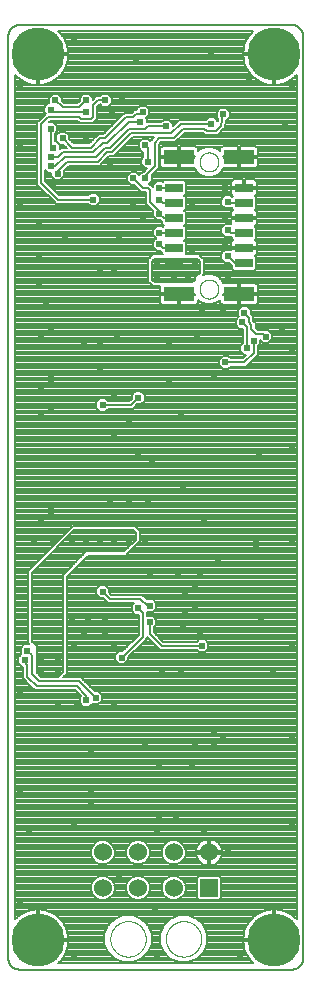
<source format=gbl>
G75*
%MOIN*%
%OFA0B0*%
%FSLAX25Y25*%
%IPPOS*%
%LPD*%
%AMOC8*
5,1,8,0,0,1.08239X$1,22.5*
%
%ADD10R,0.05906X0.03150*%
%ADD11R,0.09843X0.04724*%
%ADD12C,0.00000*%
%ADD13C,0.00500*%
%ADD14C,0.17717*%
%ADD15C,0.06024*%
%ADD16R,0.06024X0.06024*%
%ADD17C,0.02381*%
%ADD18C,0.00787*%
D10*
X0071703Y0244866D03*
X0071703Y0249866D03*
X0071703Y0254866D03*
X0071703Y0259866D03*
X0071703Y0264866D03*
X0071703Y0269866D03*
X0094931Y0269866D03*
X0094931Y0264866D03*
X0094931Y0259866D03*
X0094931Y0254866D03*
X0094931Y0249866D03*
X0094931Y0244866D03*
D11*
X0093356Y0234571D03*
X0093356Y0280240D03*
X0073278Y0280240D03*
X0073278Y0234571D03*
D12*
X0080167Y0236205D02*
X0080169Y0236317D01*
X0080175Y0236428D01*
X0080185Y0236540D01*
X0080199Y0236651D01*
X0080216Y0236761D01*
X0080238Y0236871D01*
X0080264Y0236980D01*
X0080293Y0237088D01*
X0080326Y0237194D01*
X0080363Y0237300D01*
X0080404Y0237404D01*
X0080449Y0237507D01*
X0080497Y0237608D01*
X0080548Y0237707D01*
X0080603Y0237804D01*
X0080662Y0237899D01*
X0080723Y0237993D01*
X0080788Y0238084D01*
X0080857Y0238172D01*
X0080928Y0238258D01*
X0081002Y0238342D01*
X0081080Y0238422D01*
X0081160Y0238500D01*
X0081243Y0238576D01*
X0081328Y0238648D01*
X0081416Y0238717D01*
X0081506Y0238783D01*
X0081599Y0238845D01*
X0081694Y0238905D01*
X0081791Y0238961D01*
X0081889Y0239013D01*
X0081990Y0239062D01*
X0082092Y0239107D01*
X0082196Y0239149D01*
X0082301Y0239187D01*
X0082408Y0239221D01*
X0082515Y0239251D01*
X0082624Y0239278D01*
X0082733Y0239300D01*
X0082844Y0239319D01*
X0082954Y0239334D01*
X0083066Y0239345D01*
X0083177Y0239352D01*
X0083289Y0239355D01*
X0083401Y0239354D01*
X0083513Y0239349D01*
X0083624Y0239340D01*
X0083735Y0239327D01*
X0083846Y0239310D01*
X0083956Y0239290D01*
X0084065Y0239265D01*
X0084173Y0239237D01*
X0084280Y0239204D01*
X0084386Y0239168D01*
X0084490Y0239128D01*
X0084593Y0239085D01*
X0084695Y0239038D01*
X0084794Y0238987D01*
X0084892Y0238933D01*
X0084988Y0238875D01*
X0085082Y0238814D01*
X0085173Y0238750D01*
X0085262Y0238683D01*
X0085349Y0238612D01*
X0085433Y0238538D01*
X0085515Y0238462D01*
X0085593Y0238382D01*
X0085669Y0238300D01*
X0085742Y0238215D01*
X0085812Y0238128D01*
X0085878Y0238038D01*
X0085942Y0237946D01*
X0086002Y0237852D01*
X0086059Y0237756D01*
X0086112Y0237657D01*
X0086162Y0237557D01*
X0086208Y0237456D01*
X0086251Y0237352D01*
X0086290Y0237247D01*
X0086325Y0237141D01*
X0086356Y0237034D01*
X0086384Y0236925D01*
X0086407Y0236816D01*
X0086427Y0236706D01*
X0086443Y0236595D01*
X0086455Y0236484D01*
X0086463Y0236373D01*
X0086467Y0236261D01*
X0086467Y0236149D01*
X0086463Y0236037D01*
X0086455Y0235926D01*
X0086443Y0235815D01*
X0086427Y0235704D01*
X0086407Y0235594D01*
X0086384Y0235485D01*
X0086356Y0235376D01*
X0086325Y0235269D01*
X0086290Y0235163D01*
X0086251Y0235058D01*
X0086208Y0234954D01*
X0086162Y0234853D01*
X0086112Y0234753D01*
X0086059Y0234654D01*
X0086002Y0234558D01*
X0085942Y0234464D01*
X0085878Y0234372D01*
X0085812Y0234282D01*
X0085742Y0234195D01*
X0085669Y0234110D01*
X0085593Y0234028D01*
X0085515Y0233948D01*
X0085433Y0233872D01*
X0085349Y0233798D01*
X0085262Y0233727D01*
X0085173Y0233660D01*
X0085082Y0233596D01*
X0084988Y0233535D01*
X0084892Y0233477D01*
X0084794Y0233423D01*
X0084695Y0233372D01*
X0084593Y0233325D01*
X0084490Y0233282D01*
X0084386Y0233242D01*
X0084280Y0233206D01*
X0084173Y0233173D01*
X0084065Y0233145D01*
X0083956Y0233120D01*
X0083846Y0233100D01*
X0083735Y0233083D01*
X0083624Y0233070D01*
X0083513Y0233061D01*
X0083401Y0233056D01*
X0083289Y0233055D01*
X0083177Y0233058D01*
X0083066Y0233065D01*
X0082954Y0233076D01*
X0082844Y0233091D01*
X0082733Y0233110D01*
X0082624Y0233132D01*
X0082515Y0233159D01*
X0082408Y0233189D01*
X0082301Y0233223D01*
X0082196Y0233261D01*
X0082092Y0233303D01*
X0081990Y0233348D01*
X0081889Y0233397D01*
X0081791Y0233449D01*
X0081694Y0233505D01*
X0081599Y0233565D01*
X0081506Y0233627D01*
X0081416Y0233693D01*
X0081328Y0233762D01*
X0081243Y0233834D01*
X0081160Y0233910D01*
X0081080Y0233988D01*
X0081002Y0234068D01*
X0080928Y0234152D01*
X0080857Y0234238D01*
X0080788Y0234326D01*
X0080723Y0234417D01*
X0080662Y0234511D01*
X0080603Y0234606D01*
X0080548Y0234703D01*
X0080497Y0234802D01*
X0080449Y0234903D01*
X0080404Y0235006D01*
X0080363Y0235110D01*
X0080326Y0235216D01*
X0080293Y0235322D01*
X0080264Y0235430D01*
X0080238Y0235539D01*
X0080216Y0235649D01*
X0080199Y0235759D01*
X0080185Y0235870D01*
X0080175Y0235982D01*
X0080169Y0236093D01*
X0080167Y0236205D01*
X0080169Y0236317D01*
X0080175Y0236428D01*
X0080185Y0236540D01*
X0080199Y0236651D01*
X0080216Y0236761D01*
X0080238Y0236871D01*
X0080264Y0236980D01*
X0080293Y0237088D01*
X0080326Y0237194D01*
X0080363Y0237300D01*
X0080404Y0237404D01*
X0080449Y0237507D01*
X0080497Y0237608D01*
X0080548Y0237707D01*
X0080603Y0237804D01*
X0080662Y0237899D01*
X0080723Y0237993D01*
X0080788Y0238084D01*
X0080857Y0238172D01*
X0080928Y0238258D01*
X0081002Y0238342D01*
X0081080Y0238422D01*
X0081160Y0238500D01*
X0081243Y0238576D01*
X0081328Y0238648D01*
X0081416Y0238717D01*
X0081506Y0238783D01*
X0081599Y0238845D01*
X0081694Y0238905D01*
X0081791Y0238961D01*
X0081889Y0239013D01*
X0081990Y0239062D01*
X0082092Y0239107D01*
X0082196Y0239149D01*
X0082301Y0239187D01*
X0082408Y0239221D01*
X0082515Y0239251D01*
X0082624Y0239278D01*
X0082733Y0239300D01*
X0082844Y0239319D01*
X0082954Y0239334D01*
X0083066Y0239345D01*
X0083177Y0239352D01*
X0083289Y0239355D01*
X0083401Y0239354D01*
X0083513Y0239349D01*
X0083624Y0239340D01*
X0083735Y0239327D01*
X0083846Y0239310D01*
X0083956Y0239290D01*
X0084065Y0239265D01*
X0084173Y0239237D01*
X0084280Y0239204D01*
X0084386Y0239168D01*
X0084490Y0239128D01*
X0084593Y0239085D01*
X0084695Y0239038D01*
X0084794Y0238987D01*
X0084892Y0238933D01*
X0084988Y0238875D01*
X0085082Y0238814D01*
X0085173Y0238750D01*
X0085262Y0238683D01*
X0085349Y0238612D01*
X0085433Y0238538D01*
X0085515Y0238462D01*
X0085593Y0238382D01*
X0085669Y0238300D01*
X0085742Y0238215D01*
X0085812Y0238128D01*
X0085878Y0238038D01*
X0085942Y0237946D01*
X0086002Y0237852D01*
X0086059Y0237756D01*
X0086112Y0237657D01*
X0086162Y0237557D01*
X0086208Y0237456D01*
X0086251Y0237352D01*
X0086290Y0237247D01*
X0086325Y0237141D01*
X0086356Y0237034D01*
X0086384Y0236925D01*
X0086407Y0236816D01*
X0086427Y0236706D01*
X0086443Y0236595D01*
X0086455Y0236484D01*
X0086463Y0236373D01*
X0086467Y0236261D01*
X0086467Y0236149D01*
X0086463Y0236037D01*
X0086455Y0235926D01*
X0086443Y0235815D01*
X0086427Y0235704D01*
X0086407Y0235594D01*
X0086384Y0235485D01*
X0086356Y0235376D01*
X0086325Y0235269D01*
X0086290Y0235163D01*
X0086251Y0235058D01*
X0086208Y0234954D01*
X0086162Y0234853D01*
X0086112Y0234753D01*
X0086059Y0234654D01*
X0086002Y0234558D01*
X0085942Y0234464D01*
X0085878Y0234372D01*
X0085812Y0234282D01*
X0085742Y0234195D01*
X0085669Y0234110D01*
X0085593Y0234028D01*
X0085515Y0233948D01*
X0085433Y0233872D01*
X0085349Y0233798D01*
X0085262Y0233727D01*
X0085173Y0233660D01*
X0085082Y0233596D01*
X0084988Y0233535D01*
X0084892Y0233477D01*
X0084794Y0233423D01*
X0084695Y0233372D01*
X0084593Y0233325D01*
X0084490Y0233282D01*
X0084386Y0233242D01*
X0084280Y0233206D01*
X0084173Y0233173D01*
X0084065Y0233145D01*
X0083956Y0233120D01*
X0083846Y0233100D01*
X0083735Y0233083D01*
X0083624Y0233070D01*
X0083513Y0233061D01*
X0083401Y0233056D01*
X0083289Y0233055D01*
X0083177Y0233058D01*
X0083066Y0233065D01*
X0082954Y0233076D01*
X0082844Y0233091D01*
X0082733Y0233110D01*
X0082624Y0233132D01*
X0082515Y0233159D01*
X0082408Y0233189D01*
X0082301Y0233223D01*
X0082196Y0233261D01*
X0082092Y0233303D01*
X0081990Y0233348D01*
X0081889Y0233397D01*
X0081791Y0233449D01*
X0081694Y0233505D01*
X0081599Y0233565D01*
X0081506Y0233627D01*
X0081416Y0233693D01*
X0081328Y0233762D01*
X0081243Y0233834D01*
X0081160Y0233910D01*
X0081080Y0233988D01*
X0081002Y0234068D01*
X0080928Y0234152D01*
X0080857Y0234238D01*
X0080788Y0234326D01*
X0080723Y0234417D01*
X0080662Y0234511D01*
X0080603Y0234606D01*
X0080548Y0234703D01*
X0080497Y0234802D01*
X0080449Y0234903D01*
X0080404Y0235006D01*
X0080363Y0235110D01*
X0080326Y0235216D01*
X0080293Y0235322D01*
X0080264Y0235430D01*
X0080238Y0235539D01*
X0080216Y0235649D01*
X0080199Y0235759D01*
X0080185Y0235870D01*
X0080175Y0235982D01*
X0080169Y0236093D01*
X0080167Y0236205D01*
X0080167Y0278606D02*
X0080169Y0278718D01*
X0080175Y0278829D01*
X0080185Y0278941D01*
X0080199Y0279052D01*
X0080216Y0279162D01*
X0080238Y0279272D01*
X0080264Y0279381D01*
X0080293Y0279489D01*
X0080326Y0279595D01*
X0080363Y0279701D01*
X0080404Y0279805D01*
X0080449Y0279908D01*
X0080497Y0280009D01*
X0080548Y0280108D01*
X0080603Y0280205D01*
X0080662Y0280300D01*
X0080723Y0280394D01*
X0080788Y0280485D01*
X0080857Y0280573D01*
X0080928Y0280659D01*
X0081002Y0280743D01*
X0081080Y0280823D01*
X0081160Y0280901D01*
X0081243Y0280977D01*
X0081328Y0281049D01*
X0081416Y0281118D01*
X0081506Y0281184D01*
X0081599Y0281246D01*
X0081694Y0281306D01*
X0081791Y0281362D01*
X0081889Y0281414D01*
X0081990Y0281463D01*
X0082092Y0281508D01*
X0082196Y0281550D01*
X0082301Y0281588D01*
X0082408Y0281622D01*
X0082515Y0281652D01*
X0082624Y0281679D01*
X0082733Y0281701D01*
X0082844Y0281720D01*
X0082954Y0281735D01*
X0083066Y0281746D01*
X0083177Y0281753D01*
X0083289Y0281756D01*
X0083401Y0281755D01*
X0083513Y0281750D01*
X0083624Y0281741D01*
X0083735Y0281728D01*
X0083846Y0281711D01*
X0083956Y0281691D01*
X0084065Y0281666D01*
X0084173Y0281638D01*
X0084280Y0281605D01*
X0084386Y0281569D01*
X0084490Y0281529D01*
X0084593Y0281486D01*
X0084695Y0281439D01*
X0084794Y0281388D01*
X0084892Y0281334D01*
X0084988Y0281276D01*
X0085082Y0281215D01*
X0085173Y0281151D01*
X0085262Y0281084D01*
X0085349Y0281013D01*
X0085433Y0280939D01*
X0085515Y0280863D01*
X0085593Y0280783D01*
X0085669Y0280701D01*
X0085742Y0280616D01*
X0085812Y0280529D01*
X0085878Y0280439D01*
X0085942Y0280347D01*
X0086002Y0280253D01*
X0086059Y0280157D01*
X0086112Y0280058D01*
X0086162Y0279958D01*
X0086208Y0279857D01*
X0086251Y0279753D01*
X0086290Y0279648D01*
X0086325Y0279542D01*
X0086356Y0279435D01*
X0086384Y0279326D01*
X0086407Y0279217D01*
X0086427Y0279107D01*
X0086443Y0278996D01*
X0086455Y0278885D01*
X0086463Y0278774D01*
X0086467Y0278662D01*
X0086467Y0278550D01*
X0086463Y0278438D01*
X0086455Y0278327D01*
X0086443Y0278216D01*
X0086427Y0278105D01*
X0086407Y0277995D01*
X0086384Y0277886D01*
X0086356Y0277777D01*
X0086325Y0277670D01*
X0086290Y0277564D01*
X0086251Y0277459D01*
X0086208Y0277355D01*
X0086162Y0277254D01*
X0086112Y0277154D01*
X0086059Y0277055D01*
X0086002Y0276959D01*
X0085942Y0276865D01*
X0085878Y0276773D01*
X0085812Y0276683D01*
X0085742Y0276596D01*
X0085669Y0276511D01*
X0085593Y0276429D01*
X0085515Y0276349D01*
X0085433Y0276273D01*
X0085349Y0276199D01*
X0085262Y0276128D01*
X0085173Y0276061D01*
X0085082Y0275997D01*
X0084988Y0275936D01*
X0084892Y0275878D01*
X0084794Y0275824D01*
X0084695Y0275773D01*
X0084593Y0275726D01*
X0084490Y0275683D01*
X0084386Y0275643D01*
X0084280Y0275607D01*
X0084173Y0275574D01*
X0084065Y0275546D01*
X0083956Y0275521D01*
X0083846Y0275501D01*
X0083735Y0275484D01*
X0083624Y0275471D01*
X0083513Y0275462D01*
X0083401Y0275457D01*
X0083289Y0275456D01*
X0083177Y0275459D01*
X0083066Y0275466D01*
X0082954Y0275477D01*
X0082844Y0275492D01*
X0082733Y0275511D01*
X0082624Y0275533D01*
X0082515Y0275560D01*
X0082408Y0275590D01*
X0082301Y0275624D01*
X0082196Y0275662D01*
X0082092Y0275704D01*
X0081990Y0275749D01*
X0081889Y0275798D01*
X0081791Y0275850D01*
X0081694Y0275906D01*
X0081599Y0275966D01*
X0081506Y0276028D01*
X0081416Y0276094D01*
X0081328Y0276163D01*
X0081243Y0276235D01*
X0081160Y0276311D01*
X0081080Y0276389D01*
X0081002Y0276469D01*
X0080928Y0276553D01*
X0080857Y0276639D01*
X0080788Y0276727D01*
X0080723Y0276818D01*
X0080662Y0276912D01*
X0080603Y0277007D01*
X0080548Y0277104D01*
X0080497Y0277203D01*
X0080449Y0277304D01*
X0080404Y0277407D01*
X0080363Y0277511D01*
X0080326Y0277617D01*
X0080293Y0277723D01*
X0080264Y0277831D01*
X0080238Y0277940D01*
X0080216Y0278050D01*
X0080199Y0278160D01*
X0080185Y0278271D01*
X0080175Y0278383D01*
X0080169Y0278494D01*
X0080167Y0278606D01*
X0080169Y0278718D01*
X0080175Y0278829D01*
X0080185Y0278941D01*
X0080199Y0279052D01*
X0080216Y0279162D01*
X0080238Y0279272D01*
X0080264Y0279381D01*
X0080293Y0279489D01*
X0080326Y0279595D01*
X0080363Y0279701D01*
X0080404Y0279805D01*
X0080449Y0279908D01*
X0080497Y0280009D01*
X0080548Y0280108D01*
X0080603Y0280205D01*
X0080662Y0280300D01*
X0080723Y0280394D01*
X0080788Y0280485D01*
X0080857Y0280573D01*
X0080928Y0280659D01*
X0081002Y0280743D01*
X0081080Y0280823D01*
X0081160Y0280901D01*
X0081243Y0280977D01*
X0081328Y0281049D01*
X0081416Y0281118D01*
X0081506Y0281184D01*
X0081599Y0281246D01*
X0081694Y0281306D01*
X0081791Y0281362D01*
X0081889Y0281414D01*
X0081990Y0281463D01*
X0082092Y0281508D01*
X0082196Y0281550D01*
X0082301Y0281588D01*
X0082408Y0281622D01*
X0082515Y0281652D01*
X0082624Y0281679D01*
X0082733Y0281701D01*
X0082844Y0281720D01*
X0082954Y0281735D01*
X0083066Y0281746D01*
X0083177Y0281753D01*
X0083289Y0281756D01*
X0083401Y0281755D01*
X0083513Y0281750D01*
X0083624Y0281741D01*
X0083735Y0281728D01*
X0083846Y0281711D01*
X0083956Y0281691D01*
X0084065Y0281666D01*
X0084173Y0281638D01*
X0084280Y0281605D01*
X0084386Y0281569D01*
X0084490Y0281529D01*
X0084593Y0281486D01*
X0084695Y0281439D01*
X0084794Y0281388D01*
X0084892Y0281334D01*
X0084988Y0281276D01*
X0085082Y0281215D01*
X0085173Y0281151D01*
X0085262Y0281084D01*
X0085349Y0281013D01*
X0085433Y0280939D01*
X0085515Y0280863D01*
X0085593Y0280783D01*
X0085669Y0280701D01*
X0085742Y0280616D01*
X0085812Y0280529D01*
X0085878Y0280439D01*
X0085942Y0280347D01*
X0086002Y0280253D01*
X0086059Y0280157D01*
X0086112Y0280058D01*
X0086162Y0279958D01*
X0086208Y0279857D01*
X0086251Y0279753D01*
X0086290Y0279648D01*
X0086325Y0279542D01*
X0086356Y0279435D01*
X0086384Y0279326D01*
X0086407Y0279217D01*
X0086427Y0279107D01*
X0086443Y0278996D01*
X0086455Y0278885D01*
X0086463Y0278774D01*
X0086467Y0278662D01*
X0086467Y0278550D01*
X0086463Y0278438D01*
X0086455Y0278327D01*
X0086443Y0278216D01*
X0086427Y0278105D01*
X0086407Y0277995D01*
X0086384Y0277886D01*
X0086356Y0277777D01*
X0086325Y0277670D01*
X0086290Y0277564D01*
X0086251Y0277459D01*
X0086208Y0277355D01*
X0086162Y0277254D01*
X0086112Y0277154D01*
X0086059Y0277055D01*
X0086002Y0276959D01*
X0085942Y0276865D01*
X0085878Y0276773D01*
X0085812Y0276683D01*
X0085742Y0276596D01*
X0085669Y0276511D01*
X0085593Y0276429D01*
X0085515Y0276349D01*
X0085433Y0276273D01*
X0085349Y0276199D01*
X0085262Y0276128D01*
X0085173Y0276061D01*
X0085082Y0275997D01*
X0084988Y0275936D01*
X0084892Y0275878D01*
X0084794Y0275824D01*
X0084695Y0275773D01*
X0084593Y0275726D01*
X0084490Y0275683D01*
X0084386Y0275643D01*
X0084280Y0275607D01*
X0084173Y0275574D01*
X0084065Y0275546D01*
X0083956Y0275521D01*
X0083846Y0275501D01*
X0083735Y0275484D01*
X0083624Y0275471D01*
X0083513Y0275462D01*
X0083401Y0275457D01*
X0083289Y0275456D01*
X0083177Y0275459D01*
X0083066Y0275466D01*
X0082954Y0275477D01*
X0082844Y0275492D01*
X0082733Y0275511D01*
X0082624Y0275533D01*
X0082515Y0275560D01*
X0082408Y0275590D01*
X0082301Y0275624D01*
X0082196Y0275662D01*
X0082092Y0275704D01*
X0081990Y0275749D01*
X0081889Y0275798D01*
X0081791Y0275850D01*
X0081694Y0275906D01*
X0081599Y0275966D01*
X0081506Y0276028D01*
X0081416Y0276094D01*
X0081328Y0276163D01*
X0081243Y0276235D01*
X0081160Y0276311D01*
X0081080Y0276389D01*
X0081002Y0276469D01*
X0080928Y0276553D01*
X0080857Y0276639D01*
X0080788Y0276727D01*
X0080723Y0276818D01*
X0080662Y0276912D01*
X0080603Y0277007D01*
X0080548Y0277104D01*
X0080497Y0277203D01*
X0080449Y0277304D01*
X0080404Y0277407D01*
X0080363Y0277511D01*
X0080326Y0277617D01*
X0080293Y0277723D01*
X0080264Y0277831D01*
X0080238Y0277940D01*
X0080216Y0278050D01*
X0080199Y0278160D01*
X0080185Y0278271D01*
X0080175Y0278383D01*
X0080169Y0278494D01*
X0080167Y0278606D01*
X0068946Y0019610D02*
X0068948Y0019763D01*
X0068954Y0019917D01*
X0068964Y0020070D01*
X0068978Y0020222D01*
X0068996Y0020375D01*
X0069018Y0020526D01*
X0069043Y0020677D01*
X0069073Y0020828D01*
X0069107Y0020978D01*
X0069144Y0021126D01*
X0069185Y0021274D01*
X0069230Y0021420D01*
X0069279Y0021566D01*
X0069332Y0021710D01*
X0069388Y0021852D01*
X0069448Y0021993D01*
X0069512Y0022133D01*
X0069579Y0022271D01*
X0069650Y0022407D01*
X0069725Y0022541D01*
X0069802Y0022673D01*
X0069884Y0022803D01*
X0069968Y0022931D01*
X0070056Y0023057D01*
X0070147Y0023180D01*
X0070241Y0023301D01*
X0070339Y0023419D01*
X0070439Y0023535D01*
X0070543Y0023648D01*
X0070649Y0023759D01*
X0070758Y0023867D01*
X0070870Y0023972D01*
X0070984Y0024073D01*
X0071102Y0024172D01*
X0071221Y0024268D01*
X0071343Y0024361D01*
X0071468Y0024450D01*
X0071595Y0024537D01*
X0071724Y0024619D01*
X0071855Y0024699D01*
X0071988Y0024775D01*
X0072123Y0024848D01*
X0072260Y0024917D01*
X0072399Y0024982D01*
X0072539Y0025044D01*
X0072681Y0025102D01*
X0072824Y0025157D01*
X0072969Y0025208D01*
X0073115Y0025255D01*
X0073262Y0025298D01*
X0073410Y0025337D01*
X0073559Y0025373D01*
X0073709Y0025404D01*
X0073860Y0025432D01*
X0074011Y0025456D01*
X0074164Y0025476D01*
X0074316Y0025492D01*
X0074469Y0025504D01*
X0074622Y0025512D01*
X0074775Y0025516D01*
X0074929Y0025516D01*
X0075082Y0025512D01*
X0075235Y0025504D01*
X0075388Y0025492D01*
X0075540Y0025476D01*
X0075693Y0025456D01*
X0075844Y0025432D01*
X0075995Y0025404D01*
X0076145Y0025373D01*
X0076294Y0025337D01*
X0076442Y0025298D01*
X0076589Y0025255D01*
X0076735Y0025208D01*
X0076880Y0025157D01*
X0077023Y0025102D01*
X0077165Y0025044D01*
X0077305Y0024982D01*
X0077444Y0024917D01*
X0077581Y0024848D01*
X0077716Y0024775D01*
X0077849Y0024699D01*
X0077980Y0024619D01*
X0078109Y0024537D01*
X0078236Y0024450D01*
X0078361Y0024361D01*
X0078483Y0024268D01*
X0078602Y0024172D01*
X0078720Y0024073D01*
X0078834Y0023972D01*
X0078946Y0023867D01*
X0079055Y0023759D01*
X0079161Y0023648D01*
X0079265Y0023535D01*
X0079365Y0023419D01*
X0079463Y0023301D01*
X0079557Y0023180D01*
X0079648Y0023057D01*
X0079736Y0022931D01*
X0079820Y0022803D01*
X0079902Y0022673D01*
X0079979Y0022541D01*
X0080054Y0022407D01*
X0080125Y0022271D01*
X0080192Y0022133D01*
X0080256Y0021993D01*
X0080316Y0021852D01*
X0080372Y0021710D01*
X0080425Y0021566D01*
X0080474Y0021420D01*
X0080519Y0021274D01*
X0080560Y0021126D01*
X0080597Y0020978D01*
X0080631Y0020828D01*
X0080661Y0020677D01*
X0080686Y0020526D01*
X0080708Y0020375D01*
X0080726Y0020222D01*
X0080740Y0020070D01*
X0080750Y0019917D01*
X0080756Y0019763D01*
X0080758Y0019610D01*
X0080756Y0019457D01*
X0080750Y0019303D01*
X0080740Y0019150D01*
X0080726Y0018998D01*
X0080708Y0018845D01*
X0080686Y0018694D01*
X0080661Y0018543D01*
X0080631Y0018392D01*
X0080597Y0018242D01*
X0080560Y0018094D01*
X0080519Y0017946D01*
X0080474Y0017800D01*
X0080425Y0017654D01*
X0080372Y0017510D01*
X0080316Y0017368D01*
X0080256Y0017227D01*
X0080192Y0017087D01*
X0080125Y0016949D01*
X0080054Y0016813D01*
X0079979Y0016679D01*
X0079902Y0016547D01*
X0079820Y0016417D01*
X0079736Y0016289D01*
X0079648Y0016163D01*
X0079557Y0016040D01*
X0079463Y0015919D01*
X0079365Y0015801D01*
X0079265Y0015685D01*
X0079161Y0015572D01*
X0079055Y0015461D01*
X0078946Y0015353D01*
X0078834Y0015248D01*
X0078720Y0015147D01*
X0078602Y0015048D01*
X0078483Y0014952D01*
X0078361Y0014859D01*
X0078236Y0014770D01*
X0078109Y0014683D01*
X0077980Y0014601D01*
X0077849Y0014521D01*
X0077716Y0014445D01*
X0077581Y0014372D01*
X0077444Y0014303D01*
X0077305Y0014238D01*
X0077165Y0014176D01*
X0077023Y0014118D01*
X0076880Y0014063D01*
X0076735Y0014012D01*
X0076589Y0013965D01*
X0076442Y0013922D01*
X0076294Y0013883D01*
X0076145Y0013847D01*
X0075995Y0013816D01*
X0075844Y0013788D01*
X0075693Y0013764D01*
X0075540Y0013744D01*
X0075388Y0013728D01*
X0075235Y0013716D01*
X0075082Y0013708D01*
X0074929Y0013704D01*
X0074775Y0013704D01*
X0074622Y0013708D01*
X0074469Y0013716D01*
X0074316Y0013728D01*
X0074164Y0013744D01*
X0074011Y0013764D01*
X0073860Y0013788D01*
X0073709Y0013816D01*
X0073559Y0013847D01*
X0073410Y0013883D01*
X0073262Y0013922D01*
X0073115Y0013965D01*
X0072969Y0014012D01*
X0072824Y0014063D01*
X0072681Y0014118D01*
X0072539Y0014176D01*
X0072399Y0014238D01*
X0072260Y0014303D01*
X0072123Y0014372D01*
X0071988Y0014445D01*
X0071855Y0014521D01*
X0071724Y0014601D01*
X0071595Y0014683D01*
X0071468Y0014770D01*
X0071343Y0014859D01*
X0071221Y0014952D01*
X0071102Y0015048D01*
X0070984Y0015147D01*
X0070870Y0015248D01*
X0070758Y0015353D01*
X0070649Y0015461D01*
X0070543Y0015572D01*
X0070439Y0015685D01*
X0070339Y0015801D01*
X0070241Y0015919D01*
X0070147Y0016040D01*
X0070056Y0016163D01*
X0069968Y0016289D01*
X0069884Y0016417D01*
X0069802Y0016547D01*
X0069725Y0016679D01*
X0069650Y0016813D01*
X0069579Y0016949D01*
X0069512Y0017087D01*
X0069448Y0017227D01*
X0069388Y0017368D01*
X0069332Y0017510D01*
X0069279Y0017654D01*
X0069230Y0017800D01*
X0069185Y0017946D01*
X0069144Y0018094D01*
X0069107Y0018242D01*
X0069073Y0018392D01*
X0069043Y0018543D01*
X0069018Y0018694D01*
X0068996Y0018845D01*
X0068978Y0018998D01*
X0068964Y0019150D01*
X0068954Y0019303D01*
X0068948Y0019457D01*
X0068946Y0019610D01*
X0050443Y0019610D02*
X0050445Y0019763D01*
X0050451Y0019917D01*
X0050461Y0020070D01*
X0050475Y0020222D01*
X0050493Y0020375D01*
X0050515Y0020526D01*
X0050540Y0020677D01*
X0050570Y0020828D01*
X0050604Y0020978D01*
X0050641Y0021126D01*
X0050682Y0021274D01*
X0050727Y0021420D01*
X0050776Y0021566D01*
X0050829Y0021710D01*
X0050885Y0021852D01*
X0050945Y0021993D01*
X0051009Y0022133D01*
X0051076Y0022271D01*
X0051147Y0022407D01*
X0051222Y0022541D01*
X0051299Y0022673D01*
X0051381Y0022803D01*
X0051465Y0022931D01*
X0051553Y0023057D01*
X0051644Y0023180D01*
X0051738Y0023301D01*
X0051836Y0023419D01*
X0051936Y0023535D01*
X0052040Y0023648D01*
X0052146Y0023759D01*
X0052255Y0023867D01*
X0052367Y0023972D01*
X0052481Y0024073D01*
X0052599Y0024172D01*
X0052718Y0024268D01*
X0052840Y0024361D01*
X0052965Y0024450D01*
X0053092Y0024537D01*
X0053221Y0024619D01*
X0053352Y0024699D01*
X0053485Y0024775D01*
X0053620Y0024848D01*
X0053757Y0024917D01*
X0053896Y0024982D01*
X0054036Y0025044D01*
X0054178Y0025102D01*
X0054321Y0025157D01*
X0054466Y0025208D01*
X0054612Y0025255D01*
X0054759Y0025298D01*
X0054907Y0025337D01*
X0055056Y0025373D01*
X0055206Y0025404D01*
X0055357Y0025432D01*
X0055508Y0025456D01*
X0055661Y0025476D01*
X0055813Y0025492D01*
X0055966Y0025504D01*
X0056119Y0025512D01*
X0056272Y0025516D01*
X0056426Y0025516D01*
X0056579Y0025512D01*
X0056732Y0025504D01*
X0056885Y0025492D01*
X0057037Y0025476D01*
X0057190Y0025456D01*
X0057341Y0025432D01*
X0057492Y0025404D01*
X0057642Y0025373D01*
X0057791Y0025337D01*
X0057939Y0025298D01*
X0058086Y0025255D01*
X0058232Y0025208D01*
X0058377Y0025157D01*
X0058520Y0025102D01*
X0058662Y0025044D01*
X0058802Y0024982D01*
X0058941Y0024917D01*
X0059078Y0024848D01*
X0059213Y0024775D01*
X0059346Y0024699D01*
X0059477Y0024619D01*
X0059606Y0024537D01*
X0059733Y0024450D01*
X0059858Y0024361D01*
X0059980Y0024268D01*
X0060099Y0024172D01*
X0060217Y0024073D01*
X0060331Y0023972D01*
X0060443Y0023867D01*
X0060552Y0023759D01*
X0060658Y0023648D01*
X0060762Y0023535D01*
X0060862Y0023419D01*
X0060960Y0023301D01*
X0061054Y0023180D01*
X0061145Y0023057D01*
X0061233Y0022931D01*
X0061317Y0022803D01*
X0061399Y0022673D01*
X0061476Y0022541D01*
X0061551Y0022407D01*
X0061622Y0022271D01*
X0061689Y0022133D01*
X0061753Y0021993D01*
X0061813Y0021852D01*
X0061869Y0021710D01*
X0061922Y0021566D01*
X0061971Y0021420D01*
X0062016Y0021274D01*
X0062057Y0021126D01*
X0062094Y0020978D01*
X0062128Y0020828D01*
X0062158Y0020677D01*
X0062183Y0020526D01*
X0062205Y0020375D01*
X0062223Y0020222D01*
X0062237Y0020070D01*
X0062247Y0019917D01*
X0062253Y0019763D01*
X0062255Y0019610D01*
X0062253Y0019457D01*
X0062247Y0019303D01*
X0062237Y0019150D01*
X0062223Y0018998D01*
X0062205Y0018845D01*
X0062183Y0018694D01*
X0062158Y0018543D01*
X0062128Y0018392D01*
X0062094Y0018242D01*
X0062057Y0018094D01*
X0062016Y0017946D01*
X0061971Y0017800D01*
X0061922Y0017654D01*
X0061869Y0017510D01*
X0061813Y0017368D01*
X0061753Y0017227D01*
X0061689Y0017087D01*
X0061622Y0016949D01*
X0061551Y0016813D01*
X0061476Y0016679D01*
X0061399Y0016547D01*
X0061317Y0016417D01*
X0061233Y0016289D01*
X0061145Y0016163D01*
X0061054Y0016040D01*
X0060960Y0015919D01*
X0060862Y0015801D01*
X0060762Y0015685D01*
X0060658Y0015572D01*
X0060552Y0015461D01*
X0060443Y0015353D01*
X0060331Y0015248D01*
X0060217Y0015147D01*
X0060099Y0015048D01*
X0059980Y0014952D01*
X0059858Y0014859D01*
X0059733Y0014770D01*
X0059606Y0014683D01*
X0059477Y0014601D01*
X0059346Y0014521D01*
X0059213Y0014445D01*
X0059078Y0014372D01*
X0058941Y0014303D01*
X0058802Y0014238D01*
X0058662Y0014176D01*
X0058520Y0014118D01*
X0058377Y0014063D01*
X0058232Y0014012D01*
X0058086Y0013965D01*
X0057939Y0013922D01*
X0057791Y0013883D01*
X0057642Y0013847D01*
X0057492Y0013816D01*
X0057341Y0013788D01*
X0057190Y0013764D01*
X0057037Y0013744D01*
X0056885Y0013728D01*
X0056732Y0013716D01*
X0056579Y0013708D01*
X0056426Y0013704D01*
X0056272Y0013704D01*
X0056119Y0013708D01*
X0055966Y0013716D01*
X0055813Y0013728D01*
X0055661Y0013744D01*
X0055508Y0013764D01*
X0055357Y0013788D01*
X0055206Y0013816D01*
X0055056Y0013847D01*
X0054907Y0013883D01*
X0054759Y0013922D01*
X0054612Y0013965D01*
X0054466Y0014012D01*
X0054321Y0014063D01*
X0054178Y0014118D01*
X0054036Y0014176D01*
X0053896Y0014238D01*
X0053757Y0014303D01*
X0053620Y0014372D01*
X0053485Y0014445D01*
X0053352Y0014521D01*
X0053221Y0014601D01*
X0053092Y0014683D01*
X0052965Y0014770D01*
X0052840Y0014859D01*
X0052718Y0014952D01*
X0052599Y0015048D01*
X0052481Y0015147D01*
X0052367Y0015248D01*
X0052255Y0015353D01*
X0052146Y0015461D01*
X0052040Y0015572D01*
X0051936Y0015685D01*
X0051836Y0015801D01*
X0051738Y0015919D01*
X0051644Y0016040D01*
X0051553Y0016163D01*
X0051465Y0016289D01*
X0051381Y0016417D01*
X0051299Y0016547D01*
X0051222Y0016679D01*
X0051147Y0016813D01*
X0051076Y0016949D01*
X0051009Y0017087D01*
X0050945Y0017227D01*
X0050885Y0017368D01*
X0050829Y0017510D01*
X0050776Y0017654D01*
X0050727Y0017800D01*
X0050682Y0017946D01*
X0050641Y0018094D01*
X0050604Y0018242D01*
X0050570Y0018392D01*
X0050540Y0018543D01*
X0050515Y0018694D01*
X0050493Y0018845D01*
X0050475Y0018998D01*
X0050461Y0019150D01*
X0050451Y0019303D01*
X0050445Y0019457D01*
X0050443Y0019610D01*
D13*
X0016388Y0013311D02*
X0016388Y0320398D01*
X0016390Y0320522D01*
X0016396Y0320645D01*
X0016405Y0320769D01*
X0016419Y0320891D01*
X0016436Y0321014D01*
X0016458Y0321136D01*
X0016483Y0321257D01*
X0016512Y0321377D01*
X0016544Y0321496D01*
X0016581Y0321615D01*
X0016621Y0321732D01*
X0016664Y0321847D01*
X0016712Y0321962D01*
X0016763Y0322074D01*
X0016817Y0322185D01*
X0016875Y0322295D01*
X0016936Y0322402D01*
X0017001Y0322508D01*
X0017069Y0322611D01*
X0017140Y0322712D01*
X0017214Y0322811D01*
X0017291Y0322908D01*
X0017372Y0323002D01*
X0017455Y0323093D01*
X0017541Y0323182D01*
X0017630Y0323268D01*
X0017721Y0323351D01*
X0017815Y0323432D01*
X0017912Y0323509D01*
X0018011Y0323583D01*
X0018112Y0323654D01*
X0018215Y0323722D01*
X0018321Y0323787D01*
X0018428Y0323848D01*
X0018538Y0323906D01*
X0018649Y0323960D01*
X0018761Y0324011D01*
X0018876Y0324059D01*
X0018991Y0324102D01*
X0019108Y0324142D01*
X0019227Y0324179D01*
X0019346Y0324211D01*
X0019466Y0324240D01*
X0019587Y0324265D01*
X0019709Y0324287D01*
X0019832Y0324304D01*
X0019954Y0324318D01*
X0020078Y0324327D01*
X0020201Y0324333D01*
X0020325Y0324335D01*
X0110876Y0324335D01*
X0111000Y0324333D01*
X0111123Y0324327D01*
X0111247Y0324318D01*
X0111369Y0324304D01*
X0111492Y0324287D01*
X0111614Y0324265D01*
X0111735Y0324240D01*
X0111855Y0324211D01*
X0111974Y0324179D01*
X0112093Y0324142D01*
X0112210Y0324102D01*
X0112325Y0324059D01*
X0112440Y0324011D01*
X0112552Y0323960D01*
X0112663Y0323906D01*
X0112773Y0323848D01*
X0112880Y0323787D01*
X0112986Y0323722D01*
X0113089Y0323654D01*
X0113190Y0323583D01*
X0113289Y0323509D01*
X0113386Y0323432D01*
X0113480Y0323351D01*
X0113571Y0323268D01*
X0113660Y0323182D01*
X0113746Y0323093D01*
X0113829Y0323002D01*
X0113910Y0322908D01*
X0113987Y0322811D01*
X0114061Y0322712D01*
X0114132Y0322611D01*
X0114200Y0322508D01*
X0114265Y0322402D01*
X0114326Y0322295D01*
X0114384Y0322185D01*
X0114438Y0322074D01*
X0114489Y0321962D01*
X0114537Y0321847D01*
X0114580Y0321732D01*
X0114620Y0321615D01*
X0114657Y0321496D01*
X0114689Y0321377D01*
X0114718Y0321257D01*
X0114743Y0321136D01*
X0114765Y0321014D01*
X0114782Y0320891D01*
X0114796Y0320769D01*
X0114805Y0320645D01*
X0114811Y0320522D01*
X0114813Y0320398D01*
X0114813Y0013311D01*
X0114811Y0013187D01*
X0114805Y0013064D01*
X0114796Y0012940D01*
X0114782Y0012818D01*
X0114765Y0012695D01*
X0114743Y0012573D01*
X0114718Y0012452D01*
X0114689Y0012332D01*
X0114657Y0012213D01*
X0114620Y0012094D01*
X0114580Y0011977D01*
X0114537Y0011862D01*
X0114489Y0011747D01*
X0114438Y0011635D01*
X0114384Y0011524D01*
X0114326Y0011414D01*
X0114265Y0011307D01*
X0114200Y0011201D01*
X0114132Y0011098D01*
X0114061Y0010997D01*
X0113987Y0010898D01*
X0113910Y0010801D01*
X0113829Y0010707D01*
X0113746Y0010616D01*
X0113660Y0010527D01*
X0113571Y0010441D01*
X0113480Y0010358D01*
X0113386Y0010277D01*
X0113289Y0010200D01*
X0113190Y0010126D01*
X0113089Y0010055D01*
X0112986Y0009987D01*
X0112880Y0009922D01*
X0112773Y0009861D01*
X0112663Y0009803D01*
X0112552Y0009749D01*
X0112440Y0009698D01*
X0112325Y0009650D01*
X0112210Y0009607D01*
X0112093Y0009567D01*
X0111974Y0009530D01*
X0111855Y0009498D01*
X0111735Y0009469D01*
X0111614Y0009444D01*
X0111492Y0009422D01*
X0111369Y0009405D01*
X0111247Y0009391D01*
X0111123Y0009382D01*
X0111000Y0009376D01*
X0110876Y0009374D01*
X0020325Y0009374D01*
X0020201Y0009376D01*
X0020078Y0009382D01*
X0019954Y0009391D01*
X0019832Y0009405D01*
X0019709Y0009422D01*
X0019587Y0009444D01*
X0019466Y0009469D01*
X0019346Y0009498D01*
X0019227Y0009530D01*
X0019108Y0009567D01*
X0018991Y0009607D01*
X0018876Y0009650D01*
X0018761Y0009698D01*
X0018649Y0009749D01*
X0018538Y0009803D01*
X0018428Y0009861D01*
X0018321Y0009922D01*
X0018215Y0009987D01*
X0018112Y0010055D01*
X0018011Y0010126D01*
X0017912Y0010200D01*
X0017815Y0010277D01*
X0017721Y0010358D01*
X0017630Y0010441D01*
X0017541Y0010527D01*
X0017455Y0010616D01*
X0017372Y0010707D01*
X0017291Y0010801D01*
X0017214Y0010898D01*
X0017140Y0010997D01*
X0017069Y0011098D01*
X0017001Y0011201D01*
X0016936Y0011307D01*
X0016875Y0011414D01*
X0016817Y0011524D01*
X0016763Y0011635D01*
X0016712Y0011747D01*
X0016664Y0011862D01*
X0016621Y0011977D01*
X0016581Y0012094D01*
X0016544Y0012213D01*
X0016512Y0012332D01*
X0016483Y0012452D01*
X0016458Y0012573D01*
X0016436Y0012695D01*
X0016419Y0012818D01*
X0016405Y0012940D01*
X0016396Y0013064D01*
X0016390Y0013187D01*
X0016388Y0013311D01*
D14*
X0026230Y0019217D03*
X0104971Y0019217D03*
X0104971Y0314492D03*
X0026230Y0314492D03*
D15*
X0047884Y0048429D03*
X0047884Y0036618D03*
X0059695Y0036618D03*
X0059695Y0048429D03*
X0071506Y0048429D03*
X0071506Y0036618D03*
X0083317Y0048429D03*
D16*
X0083317Y0036618D03*
D17*
X0089616Y0049531D03*
X0081742Y0055043D03*
X0080167Y0067642D03*
X0077805Y0077878D03*
X0078593Y0084965D03*
X0084892Y0084177D03*
X0084892Y0088902D03*
X0088041Y0086539D03*
X0090404Y0078665D03*
X0104577Y0107799D03*
X0110876Y0117248D03*
X0100640Y0125122D03*
X0099065Y0151106D03*
X0099852Y0181815D03*
X0110876Y0182602D03*
X0110876Y0151894D03*
X0088829Y0211736D03*
X0084892Y0207012D03*
X0079380Y0220398D03*
X0080955Y0228272D03*
X0076230Y0234571D03*
X0076230Y0240083D03*
X0078593Y0244807D03*
X0077805Y0249531D03*
X0077805Y0265280D03*
X0076230Y0280240D03*
X0069931Y0280240D03*
X0069144Y0290476D03*
X0062845Y0278665D03*
X0062057Y0273154D03*
X0058120Y0273154D03*
X0058120Y0264492D03*
X0061270Y0259768D03*
X0066782Y0261343D03*
X0066782Y0266067D03*
X0066782Y0270004D03*
X0062057Y0284177D03*
X0060482Y0292051D03*
X0061270Y0295201D03*
X0054183Y0299138D03*
X0051034Y0295201D03*
X0048671Y0299138D03*
X0042372Y0299138D03*
X0042372Y0295201D03*
X0042372Y0285752D03*
X0050246Y0277878D03*
X0044734Y0266067D03*
X0053396Y0252681D03*
X0051821Y0243232D03*
X0047097Y0243232D03*
X0052608Y0219610D03*
X0047097Y0217248D03*
X0047097Y0209374D03*
X0051821Y0201500D03*
X0047884Y0197563D03*
X0051821Y0188114D03*
X0056545Y0191264D03*
X0059695Y0199925D03*
X0059695Y0180240D03*
X0064419Y0177878D03*
X0062845Y0164492D03*
X0062057Y0151894D03*
X0063632Y0141657D03*
X0063632Y0130634D03*
X0063632Y0125122D03*
X0059695Y0129846D03*
X0054183Y0113311D03*
X0051821Y0118035D03*
X0048671Y0121185D03*
X0048671Y0125909D03*
X0047884Y0135358D03*
X0043160Y0125909D03*
X0041585Y0121185D03*
X0038435Y0118035D03*
X0037648Y0125909D03*
X0032923Y0113311D03*
X0032923Y0109374D03*
X0032923Y0097563D03*
X0039223Y0097563D03*
X0042372Y0099138D03*
X0045522Y0099925D03*
X0051821Y0098350D03*
X0043947Y0082602D03*
X0043947Y0069217D03*
X0043947Y0064492D03*
X0038435Y0057406D03*
X0039223Y0028272D03*
X0038435Y0013311D03*
X0053396Y0040870D03*
X0058120Y0056618D03*
X0058120Y0061343D03*
X0062057Y0061343D03*
X0062057Y0056618D03*
X0065994Y0055043D03*
X0066782Y0060555D03*
X0071506Y0074728D03*
X0066782Y0077878D03*
X0062057Y0084965D03*
X0060482Y0074728D03*
X0072293Y0060555D03*
X0065207Y0029059D03*
X0065994Y0013311D03*
X0093553Y0013311D03*
X0110876Y0030634D03*
X0110876Y0058193D03*
X0110876Y0086539D03*
X0086467Y0144807D03*
X0081742Y0159768D03*
X0074656Y0170791D03*
X0073868Y0194413D03*
X0069931Y0204650D03*
X0069931Y0218823D03*
X0069931Y0234571D03*
X0071506Y0240083D03*
X0065994Y0240083D03*
X0065994Y0244807D03*
X0066782Y0251106D03*
X0066782Y0255043D03*
X0084104Y0291264D03*
X0088041Y0294413D03*
X0090404Y0280240D03*
X0088829Y0270004D03*
X0089616Y0265280D03*
X0088829Y0260555D03*
X0089616Y0255831D03*
X0088829Y0251894D03*
X0089616Y0247169D03*
X0089616Y0240870D03*
X0090404Y0234571D03*
X0088041Y0228272D03*
X0094341Y0225122D03*
X0095128Y0228272D03*
X0096703Y0234571D03*
X0102215Y0220398D03*
X0098278Y0218823D03*
X0095915Y0216461D03*
X0107726Y0222760D03*
X0110876Y0215673D03*
X0096703Y0280240D03*
X0096703Y0305437D03*
X0084104Y0314098D03*
X0108514Y0290476D03*
X0110876Y0303862D03*
X0058908Y0312524D03*
X0038435Y0320398D03*
X0032136Y0299138D03*
X0030561Y0295988D03*
X0030561Y0289689D03*
X0031349Y0283390D03*
X0030561Y0280240D03*
X0030561Y0277091D03*
X0032923Y0274728D03*
X0031349Y0271579D03*
X0026624Y0257406D03*
X0026624Y0247169D03*
X0026624Y0238508D03*
X0028986Y0232209D03*
X0030561Y0222760D03*
X0027412Y0220398D03*
X0030561Y0206224D03*
X0027412Y0203075D03*
X0030561Y0196776D03*
X0027412Y0193626D03*
X0030561Y0162130D03*
X0027412Y0158980D03*
X0025049Y0152681D03*
X0031349Y0152681D03*
X0037648Y0152681D03*
X0042372Y0152681D03*
X0047097Y0152681D03*
X0051821Y0152681D03*
X0056545Y0152681D03*
X0056545Y0164492D03*
X0050246Y0164492D03*
X0041585Y0217248D03*
X0035286Y0252681D03*
X0034498Y0286539D03*
X0020325Y0284965D03*
X0020325Y0303862D03*
X0020325Y0264492D03*
X0073081Y0140870D03*
X0075443Y0133783D03*
X0075443Y0128272D03*
X0074656Y0123547D03*
X0078593Y0130634D03*
X0078593Y0136146D03*
X0080167Y0140870D03*
X0080167Y0121972D03*
X0080955Y0117248D03*
X0073868Y0108587D03*
X0067569Y0108587D03*
X0027412Y0109374D03*
X0027412Y0113311D03*
X0022687Y0115673D03*
X0021900Y0112524D03*
X0020325Y0101500D03*
X0020325Y0069217D03*
X0023475Y0055831D03*
X0020325Y0032209D03*
D18*
X0018606Y0032165D02*
X0112595Y0032165D01*
X0112595Y0031380D02*
X0018606Y0031380D01*
X0018606Y0030594D02*
X0112595Y0030594D01*
X0112595Y0029808D02*
X0018606Y0029808D01*
X0018606Y0029022D02*
X0023212Y0029022D01*
X0023388Y0029083D02*
X0022301Y0028703D01*
X0021264Y0028203D01*
X0020289Y0027591D01*
X0019388Y0026873D01*
X0018606Y0026091D01*
X0018606Y0307618D01*
X0019388Y0306836D01*
X0020289Y0306118D01*
X0021264Y0305505D01*
X0022301Y0305006D01*
X0023388Y0304625D01*
X0024510Y0304369D01*
X0025655Y0304240D01*
X0025837Y0304240D01*
X0025837Y0314098D01*
X0026624Y0314098D01*
X0026624Y0304240D01*
X0026806Y0304240D01*
X0027950Y0304369D01*
X0029073Y0304625D01*
X0030160Y0305006D01*
X0031197Y0305505D01*
X0032172Y0306118D01*
X0033073Y0306836D01*
X0033887Y0307650D01*
X0034605Y0308550D01*
X0035217Y0309525D01*
X0035717Y0310563D01*
X0036097Y0311650D01*
X0036353Y0312772D01*
X0036482Y0313916D01*
X0036482Y0314098D01*
X0026624Y0314098D01*
X0026624Y0314886D01*
X0036482Y0314886D01*
X0036482Y0315068D01*
X0036353Y0316212D01*
X0036097Y0317335D01*
X0035717Y0318422D01*
X0035217Y0319459D01*
X0034605Y0320434D01*
X0033887Y0321334D01*
X0033105Y0322116D01*
X0098096Y0322116D01*
X0097314Y0321334D01*
X0096596Y0320434D01*
X0095984Y0319459D01*
X0095484Y0318422D01*
X0095104Y0317335D01*
X0094848Y0316212D01*
X0094719Y0315068D01*
X0094719Y0314886D01*
X0104577Y0314886D01*
X0104577Y0314098D01*
X0105364Y0314098D01*
X0105364Y0304240D01*
X0105546Y0304240D01*
X0106691Y0304369D01*
X0107813Y0304625D01*
X0108900Y0305006D01*
X0109937Y0305505D01*
X0110912Y0306118D01*
X0111813Y0306836D01*
X0112595Y0307618D01*
X0112595Y0026091D01*
X0111813Y0026873D01*
X0110912Y0027591D01*
X0109937Y0028203D01*
X0108900Y0028703D01*
X0107813Y0029083D01*
X0106691Y0029340D01*
X0105546Y0029468D01*
X0105364Y0029468D01*
X0105364Y0019610D01*
X0104577Y0019610D01*
X0104577Y0018823D01*
X0094719Y0018823D01*
X0094719Y0018641D01*
X0094848Y0017497D01*
X0095104Y0016374D01*
X0095484Y0015287D01*
X0095984Y0014250D01*
X0096596Y0013275D01*
X0097314Y0012374D01*
X0098096Y0011593D01*
X0033105Y0011593D01*
X0033887Y0012374D01*
X0034605Y0013275D01*
X0035217Y0014250D01*
X0035717Y0015287D01*
X0036097Y0016374D01*
X0036353Y0017497D01*
X0036482Y0018641D01*
X0036482Y0018823D01*
X0026624Y0018823D01*
X0026624Y0019610D01*
X0036482Y0019610D01*
X0036482Y0019792D01*
X0036353Y0020937D01*
X0036097Y0022059D01*
X0035717Y0023146D01*
X0035217Y0024183D01*
X0034605Y0025158D01*
X0033887Y0026059D01*
X0033073Y0026873D01*
X0032172Y0027591D01*
X0031197Y0028203D01*
X0030160Y0028703D01*
X0029073Y0029083D01*
X0027950Y0029340D01*
X0026806Y0029468D01*
X0026624Y0029468D01*
X0026624Y0019610D01*
X0025837Y0019610D01*
X0025837Y0029468D01*
X0025655Y0029468D01*
X0024510Y0029340D01*
X0023388Y0029083D01*
X0021331Y0028236D02*
X0018606Y0028236D01*
X0018606Y0027450D02*
X0020112Y0027450D01*
X0019180Y0026664D02*
X0018606Y0026664D01*
X0018606Y0032951D02*
X0046294Y0032951D01*
X0045620Y0033230D02*
X0044496Y0034355D01*
X0043888Y0035823D01*
X0043888Y0037413D01*
X0044496Y0038882D01*
X0045620Y0040006D01*
X0047089Y0040614D01*
X0048679Y0040614D01*
X0050148Y0040006D01*
X0051272Y0038882D01*
X0051880Y0037413D01*
X0051880Y0035823D01*
X0051272Y0034355D01*
X0050148Y0033230D01*
X0048679Y0032622D01*
X0047089Y0032622D01*
X0045620Y0033230D01*
X0045113Y0033737D02*
X0018606Y0033737D01*
X0018606Y0034523D02*
X0044426Y0034523D01*
X0044101Y0035309D02*
X0018606Y0035309D01*
X0018606Y0036095D02*
X0043888Y0036095D01*
X0043888Y0036881D02*
X0018606Y0036881D01*
X0018606Y0037667D02*
X0043993Y0037667D01*
X0044319Y0038453D02*
X0018606Y0038453D01*
X0018606Y0039239D02*
X0044853Y0039239D01*
X0045666Y0040025D02*
X0018606Y0040025D01*
X0018606Y0040811D02*
X0112595Y0040811D01*
X0112595Y0041596D02*
X0018606Y0041596D01*
X0018606Y0042382D02*
X0112595Y0042382D01*
X0112595Y0043168D02*
X0018606Y0043168D01*
X0018606Y0043954D02*
X0112595Y0043954D01*
X0112595Y0044740D02*
X0085735Y0044740D01*
X0085626Y0044661D02*
X0086187Y0045069D01*
X0086677Y0045559D01*
X0087085Y0046120D01*
X0087400Y0046738D01*
X0087614Y0047398D01*
X0087715Y0048035D01*
X0083711Y0048035D01*
X0083711Y0044031D01*
X0084349Y0044132D01*
X0085008Y0044346D01*
X0085626Y0044661D01*
X0086644Y0045526D02*
X0112595Y0045526D01*
X0112595Y0046312D02*
X0087183Y0046312D01*
X0087517Y0047098D02*
X0112595Y0047098D01*
X0112595Y0047884D02*
X0087691Y0047884D01*
X0087715Y0048823D02*
X0087614Y0049461D01*
X0087400Y0050120D01*
X0087085Y0050738D01*
X0086677Y0051299D01*
X0086187Y0051789D01*
X0085626Y0052197D01*
X0085008Y0052512D01*
X0084349Y0052726D01*
X0083711Y0052827D01*
X0083711Y0048823D01*
X0087715Y0048823D01*
X0087615Y0049456D02*
X0112595Y0049456D01*
X0112595Y0050241D02*
X0087338Y0050241D01*
X0086875Y0051027D02*
X0112595Y0051027D01*
X0112595Y0051813D02*
X0086154Y0051813D01*
X0084739Y0052599D02*
X0112595Y0052599D01*
X0112595Y0053385D02*
X0018606Y0053385D01*
X0018606Y0052599D02*
X0081895Y0052599D01*
X0081626Y0052512D02*
X0081008Y0052197D01*
X0080447Y0051789D01*
X0079957Y0051299D01*
X0079549Y0050738D01*
X0079234Y0050120D01*
X0079020Y0049461D01*
X0078919Y0048823D01*
X0082923Y0048823D01*
X0082923Y0048035D01*
X0083711Y0048035D01*
X0083711Y0048823D01*
X0082923Y0048823D01*
X0082923Y0052827D01*
X0082285Y0052726D01*
X0081626Y0052512D01*
X0082923Y0052599D02*
X0083711Y0052599D01*
X0083711Y0051813D02*
X0082923Y0051813D01*
X0082923Y0051027D02*
X0083711Y0051027D01*
X0083711Y0050241D02*
X0082923Y0050241D01*
X0082923Y0049456D02*
X0083711Y0049456D01*
X0083711Y0048670D02*
X0112595Y0048670D01*
X0112595Y0054171D02*
X0018606Y0054171D01*
X0018606Y0054957D02*
X0112595Y0054957D01*
X0112595Y0055743D02*
X0018606Y0055743D01*
X0018606Y0056529D02*
X0112595Y0056529D01*
X0112595Y0057315D02*
X0018606Y0057315D01*
X0018606Y0058101D02*
X0112595Y0058101D01*
X0112595Y0058887D02*
X0018606Y0058887D01*
X0018606Y0059672D02*
X0112595Y0059672D01*
X0112595Y0060458D02*
X0018606Y0060458D01*
X0018606Y0061244D02*
X0112595Y0061244D01*
X0112595Y0062030D02*
X0018606Y0062030D01*
X0018606Y0062816D02*
X0112595Y0062816D01*
X0112595Y0063602D02*
X0018606Y0063602D01*
X0018606Y0064388D02*
X0112595Y0064388D01*
X0112595Y0065174D02*
X0018606Y0065174D01*
X0018606Y0065960D02*
X0112595Y0065960D01*
X0112595Y0066746D02*
X0018606Y0066746D01*
X0018606Y0067532D02*
X0112595Y0067532D01*
X0112595Y0068317D02*
X0018606Y0068317D01*
X0018606Y0069103D02*
X0112595Y0069103D01*
X0112595Y0069889D02*
X0018606Y0069889D01*
X0018606Y0070675D02*
X0112595Y0070675D01*
X0112595Y0071461D02*
X0018606Y0071461D01*
X0018606Y0072247D02*
X0112595Y0072247D01*
X0112595Y0073033D02*
X0018606Y0073033D01*
X0018606Y0073819D02*
X0112595Y0073819D01*
X0112595Y0074605D02*
X0018606Y0074605D01*
X0018606Y0075391D02*
X0112595Y0075391D01*
X0112595Y0076177D02*
X0018606Y0076177D01*
X0018606Y0076963D02*
X0112595Y0076963D01*
X0112595Y0077748D02*
X0018606Y0077748D01*
X0018606Y0078534D02*
X0112595Y0078534D01*
X0112595Y0079320D02*
X0018606Y0079320D01*
X0018606Y0080106D02*
X0112595Y0080106D01*
X0112595Y0080892D02*
X0018606Y0080892D01*
X0018606Y0081678D02*
X0112595Y0081678D01*
X0112595Y0082464D02*
X0018606Y0082464D01*
X0018606Y0083250D02*
X0112595Y0083250D01*
X0112595Y0084036D02*
X0018606Y0084036D01*
X0018606Y0084822D02*
X0112595Y0084822D01*
X0112595Y0085608D02*
X0018606Y0085608D01*
X0018606Y0086393D02*
X0112595Y0086393D01*
X0112595Y0087179D02*
X0018606Y0087179D01*
X0018606Y0087965D02*
X0112595Y0087965D01*
X0112595Y0088751D02*
X0018606Y0088751D01*
X0018606Y0089537D02*
X0112595Y0089537D01*
X0112595Y0090323D02*
X0018606Y0090323D01*
X0018606Y0091109D02*
X0112595Y0091109D01*
X0112595Y0091895D02*
X0018606Y0091895D01*
X0018606Y0092681D02*
X0112595Y0092681D01*
X0112595Y0093467D02*
X0018606Y0093467D01*
X0018606Y0094253D02*
X0112595Y0094253D01*
X0112595Y0095039D02*
X0018606Y0095039D01*
X0018606Y0095824D02*
X0112595Y0095824D01*
X0112595Y0096610D02*
X0018606Y0096610D01*
X0018606Y0097396D02*
X0041038Y0097396D01*
X0041471Y0096963D02*
X0043273Y0096963D01*
X0044341Y0098031D01*
X0044621Y0097750D01*
X0046423Y0097750D01*
X0047697Y0099024D01*
X0047697Y0100826D01*
X0046423Y0102100D01*
X0045296Y0102100D01*
X0040581Y0106815D01*
X0034675Y0106815D01*
X0035876Y0108016D01*
X0035876Y0140299D01*
X0042943Y0147366D01*
X0055541Y0147366D01*
X0056349Y0148173D01*
X0056349Y0148173D01*
X0060286Y0152110D01*
X0060286Y0155614D01*
X0058691Y0157209D01*
X0057549Y0157209D01*
X0037864Y0157209D01*
X0037057Y0156401D01*
X0022884Y0142228D01*
X0022884Y0118252D01*
X0023288Y0117848D01*
X0021786Y0117848D01*
X0020512Y0116574D01*
X0020512Y0114772D01*
X0020793Y0114492D01*
X0019725Y0113424D01*
X0019725Y0111623D01*
X0020999Y0110349D01*
X0021309Y0110349D01*
X0021309Y0106441D01*
X0024459Y0103291D01*
X0025266Y0102484D01*
X0038652Y0102484D01*
X0040647Y0100489D01*
X0040197Y0100039D01*
X0040197Y0098237D01*
X0041471Y0096963D01*
X0040252Y0098182D02*
X0018606Y0098182D01*
X0018606Y0098968D02*
X0040197Y0098968D01*
X0040197Y0099754D02*
X0018606Y0099754D01*
X0018606Y0100540D02*
X0040596Y0100540D01*
X0039810Y0101326D02*
X0018606Y0101326D01*
X0018606Y0102112D02*
X0039024Y0102112D01*
X0039223Y0103862D02*
X0042372Y0100713D01*
X0042372Y0099138D01*
X0043706Y0097396D02*
X0112595Y0097396D01*
X0112595Y0098182D02*
X0046854Y0098182D01*
X0047640Y0098968D02*
X0112595Y0098968D01*
X0112595Y0099754D02*
X0047697Y0099754D01*
X0047697Y0100540D02*
X0112595Y0100540D01*
X0112595Y0101326D02*
X0047197Y0101326D01*
X0045284Y0102112D02*
X0112595Y0102112D01*
X0112595Y0102898D02*
X0044498Y0102898D01*
X0043712Y0103684D02*
X0112595Y0103684D01*
X0112595Y0104469D02*
X0042926Y0104469D01*
X0042140Y0105255D02*
X0112595Y0105255D01*
X0112595Y0106041D02*
X0041354Y0106041D01*
X0040010Y0105437D02*
X0045522Y0099925D01*
X0040010Y0105437D02*
X0026624Y0105437D01*
X0024262Y0107799D01*
X0024262Y0114098D01*
X0022687Y0115673D01*
X0020512Y0115472D02*
X0018606Y0115472D01*
X0018606Y0114686D02*
X0020598Y0114686D01*
X0020201Y0113900D02*
X0018606Y0113900D01*
X0018606Y0113115D02*
X0019725Y0113115D01*
X0019725Y0112329D02*
X0018606Y0112329D01*
X0018606Y0111543D02*
X0019805Y0111543D01*
X0020591Y0110757D02*
X0018606Y0110757D01*
X0018606Y0109971D02*
X0021309Y0109971D01*
X0021309Y0109185D02*
X0018606Y0109185D01*
X0018606Y0108399D02*
X0021309Y0108399D01*
X0021309Y0107613D02*
X0018606Y0107613D01*
X0018606Y0106827D02*
X0021309Y0106827D01*
X0021709Y0106041D02*
X0018606Y0106041D01*
X0018606Y0105255D02*
X0022495Y0105255D01*
X0023281Y0104469D02*
X0018606Y0104469D01*
X0018606Y0103684D02*
X0024067Y0103684D01*
X0024853Y0102898D02*
X0018606Y0102898D01*
X0022687Y0107012D02*
X0022687Y0110949D01*
X0021900Y0111736D01*
X0021900Y0112524D01*
X0022687Y0107012D02*
X0025837Y0103862D01*
X0039223Y0103862D01*
X0035473Y0107613D02*
X0112595Y0107613D01*
X0112595Y0106827D02*
X0034687Y0106827D01*
X0033525Y0107613D02*
X0026810Y0107613D01*
X0027412Y0107012D02*
X0025837Y0108587D01*
X0025837Y0117248D01*
X0024262Y0118823D01*
X0024262Y0141657D01*
X0038435Y0155831D01*
X0058120Y0155831D01*
X0058908Y0155043D01*
X0058908Y0152681D01*
X0054971Y0148744D01*
X0042372Y0148744D01*
X0034498Y0140870D01*
X0034498Y0108587D01*
X0032923Y0107012D01*
X0027412Y0107012D01*
X0026024Y0108399D02*
X0034311Y0108399D01*
X0034498Y0109185D02*
X0025837Y0109185D01*
X0025837Y0109971D02*
X0034498Y0109971D01*
X0034498Y0110757D02*
X0025837Y0110757D01*
X0025837Y0111543D02*
X0034498Y0111543D01*
X0034498Y0112329D02*
X0025837Y0112329D01*
X0025837Y0113115D02*
X0034498Y0113115D01*
X0034498Y0113900D02*
X0025837Y0113900D01*
X0025837Y0114686D02*
X0034498Y0114686D01*
X0034498Y0115472D02*
X0025837Y0115472D01*
X0025837Y0116258D02*
X0034498Y0116258D01*
X0034498Y0117044D02*
X0025837Y0117044D01*
X0025255Y0117830D02*
X0034498Y0117830D01*
X0034498Y0118616D02*
X0024469Y0118616D01*
X0024262Y0119402D02*
X0034498Y0119402D01*
X0034498Y0120188D02*
X0024262Y0120188D01*
X0024262Y0120974D02*
X0034498Y0120974D01*
X0034498Y0121760D02*
X0024262Y0121760D01*
X0024262Y0122545D02*
X0034498Y0122545D01*
X0034498Y0123331D02*
X0024262Y0123331D01*
X0024262Y0124117D02*
X0034498Y0124117D01*
X0034498Y0124903D02*
X0024262Y0124903D01*
X0024262Y0125689D02*
X0034498Y0125689D01*
X0034498Y0126475D02*
X0024262Y0126475D01*
X0024262Y0127261D02*
X0034498Y0127261D01*
X0034498Y0128047D02*
X0024262Y0128047D01*
X0024262Y0128833D02*
X0034498Y0128833D01*
X0034498Y0129619D02*
X0024262Y0129619D01*
X0024262Y0130405D02*
X0034498Y0130405D01*
X0034498Y0131191D02*
X0024262Y0131191D01*
X0024262Y0131976D02*
X0034498Y0131976D01*
X0034498Y0132762D02*
X0024262Y0132762D01*
X0024262Y0133548D02*
X0034498Y0133548D01*
X0034498Y0134334D02*
X0024262Y0134334D01*
X0024262Y0135120D02*
X0034498Y0135120D01*
X0034498Y0135906D02*
X0024262Y0135906D01*
X0024262Y0136692D02*
X0034498Y0136692D01*
X0034498Y0137478D02*
X0024262Y0137478D01*
X0024262Y0138264D02*
X0034498Y0138264D01*
X0034498Y0139050D02*
X0024262Y0139050D01*
X0024262Y0139836D02*
X0034498Y0139836D01*
X0034498Y0140621D02*
X0024262Y0140621D01*
X0024262Y0141407D02*
X0035035Y0141407D01*
X0035821Y0142193D02*
X0024798Y0142193D01*
X0025584Y0142979D02*
X0036607Y0142979D01*
X0037393Y0143765D02*
X0026370Y0143765D01*
X0027155Y0144551D02*
X0038179Y0144551D01*
X0038965Y0145337D02*
X0027941Y0145337D01*
X0028727Y0146123D02*
X0039751Y0146123D01*
X0040537Y0146909D02*
X0029513Y0146909D01*
X0030299Y0147695D02*
X0041323Y0147695D01*
X0042109Y0148481D02*
X0031085Y0148481D01*
X0031871Y0149267D02*
X0055493Y0149267D01*
X0056279Y0150052D02*
X0032657Y0150052D01*
X0033443Y0150838D02*
X0057065Y0150838D01*
X0057851Y0151624D02*
X0034229Y0151624D01*
X0035015Y0152410D02*
X0058637Y0152410D01*
X0058908Y0153196D02*
X0035801Y0153196D01*
X0036586Y0153982D02*
X0058908Y0153982D01*
X0058908Y0154768D02*
X0037372Y0154768D01*
X0038158Y0155554D02*
X0058397Y0155554D01*
X0059560Y0156340D02*
X0112595Y0156340D01*
X0112595Y0157126D02*
X0058774Y0157126D01*
X0060286Y0155554D02*
X0112595Y0155554D01*
X0112595Y0154768D02*
X0060286Y0154768D01*
X0060286Y0153982D02*
X0112595Y0153982D01*
X0112595Y0153196D02*
X0060286Y0153196D01*
X0060286Y0152410D02*
X0112595Y0152410D01*
X0112595Y0151624D02*
X0059799Y0151624D01*
X0059014Y0150838D02*
X0112595Y0150838D01*
X0112595Y0150052D02*
X0058228Y0150052D01*
X0057442Y0149267D02*
X0112595Y0149267D01*
X0112595Y0148481D02*
X0056656Y0148481D01*
X0055870Y0147695D02*
X0112595Y0147695D01*
X0112595Y0146909D02*
X0042486Y0146909D01*
X0041700Y0146123D02*
X0112595Y0146123D01*
X0112595Y0145337D02*
X0040914Y0145337D01*
X0040128Y0144551D02*
X0112595Y0144551D01*
X0112595Y0143765D02*
X0039342Y0143765D01*
X0038556Y0142979D02*
X0112595Y0142979D01*
X0112595Y0142193D02*
X0037770Y0142193D01*
X0036984Y0141407D02*
X0112595Y0141407D01*
X0112595Y0140621D02*
X0036198Y0140621D01*
X0035876Y0139836D02*
X0112595Y0139836D01*
X0112595Y0139050D02*
X0035876Y0139050D01*
X0035876Y0138264D02*
X0112595Y0138264D01*
X0112595Y0137478D02*
X0048840Y0137478D01*
X0048785Y0137533D02*
X0046983Y0137533D01*
X0045709Y0136259D01*
X0045709Y0134457D01*
X0046983Y0133183D01*
X0048110Y0133183D01*
X0049675Y0131618D01*
X0058391Y0131618D01*
X0057520Y0130747D01*
X0057520Y0128946D01*
X0058794Y0127672D01*
X0059892Y0127672D01*
X0059892Y0120968D01*
X0054409Y0115486D01*
X0053282Y0115486D01*
X0052008Y0114212D01*
X0052008Y0112410D01*
X0053282Y0111136D01*
X0055084Y0111136D01*
X0056358Y0112410D01*
X0056358Y0113537D01*
X0061841Y0119020D01*
X0062648Y0119827D01*
X0062648Y0120221D01*
X0066191Y0116677D01*
X0066998Y0115870D01*
X0079257Y0115870D01*
X0080054Y0115073D01*
X0081856Y0115073D01*
X0083130Y0116347D01*
X0083130Y0118149D01*
X0081856Y0119423D01*
X0080054Y0119423D01*
X0079257Y0118626D01*
X0068140Y0118626D01*
X0065010Y0121756D01*
X0065010Y0123424D01*
X0065807Y0124221D01*
X0065807Y0126023D01*
X0064533Y0127297D01*
X0062731Y0127297D01*
X0062648Y0127213D01*
X0062648Y0128542D01*
X0062731Y0128459D01*
X0064533Y0128459D01*
X0065807Y0129733D01*
X0065807Y0131535D01*
X0064533Y0132809D01*
X0062731Y0132809D01*
X0062675Y0132752D01*
X0061860Y0133567D01*
X0061053Y0134374D01*
X0050817Y0134374D01*
X0050059Y0135132D01*
X0050059Y0136259D01*
X0048785Y0137533D01*
X0049626Y0136692D02*
X0112595Y0136692D01*
X0112595Y0135906D02*
X0050059Y0135906D01*
X0050071Y0135120D02*
X0112595Y0135120D01*
X0112595Y0134334D02*
X0061093Y0134334D01*
X0061879Y0133548D02*
X0112595Y0133548D01*
X0112595Y0132762D02*
X0064579Y0132762D01*
X0065365Y0131976D02*
X0112595Y0131976D01*
X0112595Y0131191D02*
X0065807Y0131191D01*
X0065807Y0130405D02*
X0112595Y0130405D01*
X0112595Y0129619D02*
X0065692Y0129619D01*
X0064907Y0128833D02*
X0112595Y0128833D01*
X0112595Y0128047D02*
X0062648Y0128047D01*
X0062648Y0127261D02*
X0062695Y0127261D01*
X0061270Y0128272D02*
X0059695Y0129846D01*
X0057520Y0129619D02*
X0035876Y0129619D01*
X0035876Y0130405D02*
X0057520Y0130405D01*
X0057963Y0131191D02*
X0035876Y0131191D01*
X0035876Y0131976D02*
X0049317Y0131976D01*
X0048531Y0132762D02*
X0035876Y0132762D01*
X0035876Y0133548D02*
X0046618Y0133548D01*
X0045832Y0134334D02*
X0035876Y0134334D01*
X0035876Y0135120D02*
X0045709Y0135120D01*
X0045709Y0135906D02*
X0035876Y0135906D01*
X0035876Y0136692D02*
X0046142Y0136692D01*
X0046928Y0137478D02*
X0035876Y0137478D01*
X0035876Y0128833D02*
X0057633Y0128833D01*
X0058419Y0128047D02*
X0035876Y0128047D01*
X0035876Y0127261D02*
X0059892Y0127261D01*
X0059892Y0126475D02*
X0035876Y0126475D01*
X0035876Y0125689D02*
X0059892Y0125689D01*
X0059892Y0124903D02*
X0035876Y0124903D01*
X0035876Y0124117D02*
X0059892Y0124117D01*
X0059892Y0123331D02*
X0035876Y0123331D01*
X0035876Y0122545D02*
X0059892Y0122545D01*
X0059892Y0121760D02*
X0035876Y0121760D01*
X0035876Y0120974D02*
X0059892Y0120974D01*
X0059111Y0120188D02*
X0035876Y0120188D01*
X0035876Y0119402D02*
X0058325Y0119402D01*
X0057539Y0118616D02*
X0035876Y0118616D01*
X0035876Y0117830D02*
X0056753Y0117830D01*
X0055968Y0117044D02*
X0035876Y0117044D01*
X0035876Y0116258D02*
X0055182Y0116258D01*
X0057507Y0114686D02*
X0112595Y0114686D01*
X0112595Y0113900D02*
X0056721Y0113900D01*
X0056358Y0113115D02*
X0112595Y0113115D01*
X0112595Y0112329D02*
X0056276Y0112329D01*
X0055490Y0111543D02*
X0112595Y0111543D01*
X0112595Y0110757D02*
X0035876Y0110757D01*
X0035876Y0111543D02*
X0052876Y0111543D01*
X0052090Y0112329D02*
X0035876Y0112329D01*
X0035876Y0113115D02*
X0052008Y0113115D01*
X0052008Y0113900D02*
X0035876Y0113900D01*
X0035876Y0114686D02*
X0052483Y0114686D01*
X0053269Y0115472D02*
X0035876Y0115472D01*
X0035876Y0109971D02*
X0112595Y0109971D01*
X0112595Y0109185D02*
X0035876Y0109185D01*
X0035876Y0108399D02*
X0112595Y0108399D01*
X0112595Y0115472D02*
X0082255Y0115472D01*
X0083041Y0116258D02*
X0112595Y0116258D01*
X0112595Y0117044D02*
X0083130Y0117044D01*
X0083130Y0117830D02*
X0112595Y0117830D01*
X0112595Y0118616D02*
X0082663Y0118616D01*
X0081877Y0119402D02*
X0112595Y0119402D01*
X0112595Y0120188D02*
X0066578Y0120188D01*
X0065792Y0120974D02*
X0112595Y0120974D01*
X0112595Y0121760D02*
X0065010Y0121760D01*
X0065010Y0122545D02*
X0112595Y0122545D01*
X0112595Y0123331D02*
X0065010Y0123331D01*
X0065703Y0124117D02*
X0112595Y0124117D01*
X0112595Y0124903D02*
X0065807Y0124903D01*
X0065807Y0125689D02*
X0112595Y0125689D01*
X0112595Y0126475D02*
X0065355Y0126475D01*
X0064569Y0127261D02*
X0112595Y0127261D01*
X0112595Y0157912D02*
X0018606Y0157912D01*
X0018606Y0158697D02*
X0112595Y0158697D01*
X0112595Y0159483D02*
X0018606Y0159483D01*
X0018606Y0160269D02*
X0112595Y0160269D01*
X0112595Y0161055D02*
X0018606Y0161055D01*
X0018606Y0161841D02*
X0112595Y0161841D01*
X0112595Y0162627D02*
X0018606Y0162627D01*
X0018606Y0163413D02*
X0112595Y0163413D01*
X0112595Y0164199D02*
X0018606Y0164199D01*
X0018606Y0164985D02*
X0112595Y0164985D01*
X0112595Y0165771D02*
X0018606Y0165771D01*
X0018606Y0166557D02*
X0112595Y0166557D01*
X0112595Y0167343D02*
X0018606Y0167343D01*
X0018606Y0168128D02*
X0112595Y0168128D01*
X0112595Y0168914D02*
X0018606Y0168914D01*
X0018606Y0169700D02*
X0112595Y0169700D01*
X0112595Y0170486D02*
X0018606Y0170486D01*
X0018606Y0171272D02*
X0112595Y0171272D01*
X0112595Y0172058D02*
X0018606Y0172058D01*
X0018606Y0172844D02*
X0112595Y0172844D01*
X0112595Y0173630D02*
X0018606Y0173630D01*
X0018606Y0174416D02*
X0112595Y0174416D01*
X0112595Y0175202D02*
X0018606Y0175202D01*
X0018606Y0175988D02*
X0112595Y0175988D01*
X0112595Y0176773D02*
X0018606Y0176773D01*
X0018606Y0177559D02*
X0112595Y0177559D01*
X0112595Y0178345D02*
X0018606Y0178345D01*
X0018606Y0179131D02*
X0112595Y0179131D01*
X0112595Y0179917D02*
X0018606Y0179917D01*
X0018606Y0180703D02*
X0112595Y0180703D01*
X0112595Y0181489D02*
X0018606Y0181489D01*
X0018606Y0182275D02*
X0112595Y0182275D01*
X0112595Y0183061D02*
X0018606Y0183061D01*
X0018606Y0183847D02*
X0112595Y0183847D01*
X0112595Y0184633D02*
X0018606Y0184633D01*
X0018606Y0185419D02*
X0112595Y0185419D01*
X0112595Y0186204D02*
X0018606Y0186204D01*
X0018606Y0186990D02*
X0112595Y0186990D01*
X0112595Y0187776D02*
X0018606Y0187776D01*
X0018606Y0188562D02*
X0112595Y0188562D01*
X0112595Y0189348D02*
X0018606Y0189348D01*
X0018606Y0190134D02*
X0112595Y0190134D01*
X0112595Y0190920D02*
X0018606Y0190920D01*
X0018606Y0191706D02*
X0112595Y0191706D01*
X0112595Y0192492D02*
X0018606Y0192492D01*
X0018606Y0193278D02*
X0112595Y0193278D01*
X0112595Y0194064D02*
X0018606Y0194064D01*
X0018606Y0194849D02*
X0112595Y0194849D01*
X0112595Y0195635D02*
X0049032Y0195635D01*
X0048785Y0195388D02*
X0049582Y0196185D01*
X0057904Y0196185D01*
X0058711Y0196992D01*
X0059469Y0197750D01*
X0060596Y0197750D01*
X0061870Y0199024D01*
X0061870Y0200826D01*
X0060596Y0202100D01*
X0058794Y0202100D01*
X0057520Y0200826D01*
X0057520Y0199699D01*
X0056762Y0198941D01*
X0049582Y0198941D01*
X0048785Y0199738D01*
X0046983Y0199738D01*
X0045709Y0198464D01*
X0045709Y0196662D01*
X0046983Y0195388D01*
X0048785Y0195388D01*
X0046736Y0195635D02*
X0018606Y0195635D01*
X0018606Y0196421D02*
X0045950Y0196421D01*
X0045709Y0197207D02*
X0018606Y0197207D01*
X0018606Y0197993D02*
X0045709Y0197993D01*
X0046024Y0198779D02*
X0018606Y0198779D01*
X0018606Y0199565D02*
X0046810Y0199565D01*
X0048958Y0199565D02*
X0057386Y0199565D01*
X0057520Y0200351D02*
X0018606Y0200351D01*
X0018606Y0201137D02*
X0057831Y0201137D01*
X0058617Y0201923D02*
X0018606Y0201923D01*
X0018606Y0202709D02*
X0112595Y0202709D01*
X0112595Y0203495D02*
X0018606Y0203495D01*
X0018606Y0204280D02*
X0112595Y0204280D01*
X0112595Y0205066D02*
X0018606Y0205066D01*
X0018606Y0205852D02*
X0112595Y0205852D01*
X0112595Y0206638D02*
X0018606Y0206638D01*
X0018606Y0207424D02*
X0112595Y0207424D01*
X0112595Y0208210D02*
X0018606Y0208210D01*
X0018606Y0208996D02*
X0112595Y0208996D01*
X0112595Y0209782D02*
X0089950Y0209782D01*
X0089730Y0209561D02*
X0090527Y0210358D01*
X0095699Y0210358D01*
X0096506Y0211165D01*
X0099656Y0214315D01*
X0099656Y0217125D01*
X0100452Y0217922D01*
X0100452Y0219084D01*
X0101314Y0218223D01*
X0103115Y0218223D01*
X0104389Y0219497D01*
X0104389Y0221298D01*
X0103115Y0222572D01*
X0101314Y0222572D01*
X0101304Y0222563D01*
X0099636Y0222563D01*
X0098868Y0223331D01*
X0098868Y0224905D01*
X0098081Y0225693D01*
X0098081Y0227268D01*
X0097303Y0228046D01*
X0097303Y0229172D01*
X0096029Y0230446D01*
X0094227Y0230446D01*
X0092953Y0229172D01*
X0092953Y0227371D01*
X0093234Y0227091D01*
X0092166Y0226023D01*
X0092166Y0224221D01*
X0093440Y0222947D01*
X0094537Y0222947D01*
X0094537Y0218158D01*
X0093741Y0217361D01*
X0093741Y0215560D01*
X0095015Y0214286D01*
X0095729Y0214286D01*
X0094557Y0213114D01*
X0090527Y0213114D01*
X0089730Y0213911D01*
X0087928Y0213911D01*
X0086654Y0212637D01*
X0086654Y0210835D01*
X0087928Y0209561D01*
X0089730Y0209561D01*
X0087708Y0209782D02*
X0018606Y0209782D01*
X0018606Y0210568D02*
X0086922Y0210568D01*
X0086654Y0211354D02*
X0018606Y0211354D01*
X0018606Y0212140D02*
X0086654Y0212140D01*
X0086942Y0212925D02*
X0018606Y0212925D01*
X0018606Y0213711D02*
X0087728Y0213711D01*
X0088829Y0211736D02*
X0095128Y0211736D01*
X0098278Y0214886D01*
X0098278Y0218823D01*
X0100452Y0218427D02*
X0101110Y0218427D01*
X0100171Y0217641D02*
X0112595Y0217641D01*
X0112595Y0218427D02*
X0103320Y0218427D01*
X0104105Y0219213D02*
X0112595Y0219213D01*
X0112595Y0219999D02*
X0104389Y0219999D01*
X0104389Y0220785D02*
X0112595Y0220785D01*
X0112595Y0221570D02*
X0104117Y0221570D01*
X0103332Y0222356D02*
X0112595Y0222356D01*
X0112595Y0223142D02*
X0099056Y0223142D01*
X0098868Y0223928D02*
X0112595Y0223928D01*
X0112595Y0224714D02*
X0098868Y0224714D01*
X0098274Y0225500D02*
X0112595Y0225500D01*
X0112595Y0226286D02*
X0098081Y0226286D01*
X0098081Y0227072D02*
X0112595Y0227072D01*
X0112595Y0227858D02*
X0097491Y0227858D01*
X0097303Y0228644D02*
X0112595Y0228644D01*
X0112595Y0229430D02*
X0097046Y0229430D01*
X0096260Y0230216D02*
X0112595Y0230216D01*
X0112595Y0231001D02*
X0098974Y0231001D01*
X0098816Y0230910D02*
X0099133Y0231093D01*
X0099393Y0231353D01*
X0099576Y0231671D01*
X0099671Y0232025D01*
X0099671Y0234177D01*
X0093750Y0234177D01*
X0093750Y0230815D01*
X0098461Y0230815D01*
X0098816Y0230910D01*
X0099608Y0231787D02*
X0112595Y0231787D01*
X0112595Y0232573D02*
X0099671Y0232573D01*
X0099671Y0233359D02*
X0112595Y0233359D01*
X0112595Y0234145D02*
X0099671Y0234145D01*
X0099671Y0234965D02*
X0099671Y0237117D01*
X0099576Y0237471D01*
X0099393Y0237789D01*
X0099133Y0238048D01*
X0098816Y0238232D01*
X0098461Y0238327D01*
X0093750Y0238327D01*
X0093750Y0234965D01*
X0092963Y0234965D01*
X0092963Y0238327D01*
X0088252Y0238327D01*
X0088005Y0238261D01*
X0087656Y0239104D01*
X0086216Y0240544D01*
X0084335Y0241323D01*
X0082299Y0241323D01*
X0081416Y0240957D01*
X0081545Y0241087D01*
X0081545Y0246165D01*
X0080738Y0246972D01*
X0079951Y0247760D01*
X0075516Y0247760D01*
X0075640Y0247884D01*
X0075640Y0251849D01*
X0075122Y0252366D01*
X0075640Y0252884D01*
X0075640Y0256849D01*
X0075122Y0257366D01*
X0075640Y0257884D01*
X0075640Y0261849D01*
X0075122Y0262366D01*
X0075640Y0262884D01*
X0075640Y0266849D01*
X0075122Y0267366D01*
X0075640Y0267884D01*
X0075640Y0271849D01*
X0075063Y0272425D01*
X0068342Y0272425D01*
X0067889Y0271972D01*
X0067682Y0272179D01*
X0065881Y0272179D01*
X0064607Y0270905D01*
X0064607Y0270190D01*
X0064223Y0270575D01*
X0063415Y0271382D01*
X0063361Y0271382D01*
X0064232Y0272253D01*
X0064232Y0274054D01*
X0064176Y0274111D01*
X0065778Y0275713D01*
X0066585Y0276520D01*
X0066585Y0284394D01*
X0067352Y0285161D01*
X0072077Y0285161D01*
X0075226Y0288311D01*
X0081171Y0288311D01*
X0081959Y0287524D01*
X0086250Y0287524D01*
X0088132Y0289406D01*
X0088493Y0289646D01*
X0088523Y0289797D01*
X0088632Y0289906D01*
X0088632Y0290340D01*
X0089029Y0292325D01*
X0090216Y0293513D01*
X0090216Y0295314D01*
X0088942Y0296588D01*
X0087141Y0296588D01*
X0085867Y0295314D01*
X0085867Y0293513D01*
X0086358Y0293021D01*
X0086202Y0292242D01*
X0085005Y0293439D01*
X0083204Y0293439D01*
X0082407Y0292642D01*
X0073297Y0292642D01*
X0071319Y0290663D01*
X0071319Y0291377D01*
X0070045Y0292651D01*
X0068243Y0292651D01*
X0067446Y0291854D01*
X0062657Y0291854D01*
X0062657Y0292952D01*
X0062377Y0293232D01*
X0063445Y0294300D01*
X0063445Y0296102D01*
X0062171Y0297376D01*
X0060369Y0297376D01*
X0059095Y0296102D01*
X0059095Y0295791D01*
X0058337Y0295791D01*
X0057549Y0295004D01*
X0055187Y0295004D01*
X0054380Y0294197D01*
X0054380Y0294197D01*
X0048101Y0287917D01*
X0046526Y0287917D01*
X0043376Y0284768D01*
X0038219Y0284768D01*
X0036673Y0286313D01*
X0036673Y0287440D01*
X0035399Y0288714D01*
X0033597Y0288714D01*
X0032323Y0287440D01*
X0032323Y0285639D01*
X0033597Y0284365D01*
X0034724Y0284365D01*
X0035896Y0283193D01*
X0033927Y0283193D01*
X0033523Y0282789D01*
X0033523Y0284291D01*
X0032249Y0285565D01*
X0031939Y0285565D01*
X0031939Y0287991D01*
X0032736Y0288788D01*
X0032736Y0290590D01*
X0031462Y0291864D01*
X0029960Y0291864D01*
X0030344Y0292248D01*
X0039439Y0292248D01*
X0040227Y0291461D01*
X0044518Y0291461D01*
X0045325Y0292268D01*
X0046112Y0293055D01*
X0046112Y0296992D01*
X0046880Y0297760D01*
X0046974Y0297760D01*
X0047771Y0296963D01*
X0049572Y0296963D01*
X0050846Y0298237D01*
X0050846Y0300039D01*
X0049572Y0301313D01*
X0047771Y0301313D01*
X0046974Y0300516D01*
X0045738Y0300516D01*
X0044547Y0299324D01*
X0044547Y0300039D01*
X0043273Y0301313D01*
X0041471Y0301313D01*
X0040197Y0300039D01*
X0040197Y0298912D01*
X0039439Y0298154D01*
X0035069Y0298154D01*
X0034311Y0298912D01*
X0034311Y0300039D01*
X0033037Y0301313D01*
X0031235Y0301313D01*
X0029961Y0300039D01*
X0029961Y0298237D01*
X0030035Y0298163D01*
X0029660Y0298163D01*
X0028386Y0296889D01*
X0028386Y0295087D01*
X0028836Y0294637D01*
X0026841Y0292642D01*
X0026034Y0291835D01*
X0026034Y0271008D01*
X0031545Y0265496D01*
X0032353Y0264689D01*
X0043037Y0264689D01*
X0043834Y0263892D01*
X0045635Y0263892D01*
X0046909Y0265166D01*
X0046909Y0266968D01*
X0045635Y0268242D01*
X0043834Y0268242D01*
X0043037Y0267445D01*
X0033494Y0267445D01*
X0028789Y0272150D01*
X0028789Y0275787D01*
X0029660Y0274916D01*
X0030749Y0274916D01*
X0030749Y0273828D01*
X0032022Y0272554D01*
X0033824Y0272554D01*
X0035098Y0273828D01*
X0035098Y0275629D01*
X0035042Y0275685D01*
X0036644Y0277287D01*
X0046880Y0277287D01*
X0047687Y0278095D01*
X0050030Y0280437D01*
X0051604Y0280437D01*
X0052412Y0281244D01*
X0057904Y0286736D01*
X0065030Y0286736D01*
X0063829Y0285535D01*
X0063829Y0285481D01*
X0062958Y0286352D01*
X0061156Y0286352D01*
X0059882Y0285078D01*
X0059882Y0283276D01*
X0061156Y0282002D01*
X0061467Y0282002D01*
X0061467Y0280363D01*
X0060670Y0279566D01*
X0060670Y0277765D01*
X0061944Y0276491D01*
X0062658Y0276491D01*
X0061496Y0275328D01*
X0061156Y0275328D01*
X0060089Y0274261D01*
X0059021Y0275328D01*
X0057219Y0275328D01*
X0055945Y0274054D01*
X0055945Y0272253D01*
X0057219Y0270979D01*
X0058346Y0270979D01*
X0060699Y0268626D01*
X0062254Y0268626D01*
X0062254Y0264709D01*
X0063061Y0263902D01*
X0064663Y0262300D01*
X0064607Y0262243D01*
X0064607Y0260442D01*
X0065881Y0259168D01*
X0067008Y0259168D01*
X0067687Y0258488D01*
X0067766Y0258488D01*
X0067766Y0257884D01*
X0068283Y0257366D01*
X0067909Y0256992D01*
X0067682Y0257218D01*
X0065881Y0257218D01*
X0064607Y0255944D01*
X0064607Y0254142D01*
X0065674Y0253075D01*
X0064607Y0252007D01*
X0064607Y0250205D01*
X0065881Y0248931D01*
X0067008Y0248931D01*
X0067451Y0248488D01*
X0067766Y0248488D01*
X0067766Y0247884D01*
X0067890Y0247760D01*
X0064636Y0247760D01*
X0063041Y0246165D01*
X0063041Y0238724D01*
X0063849Y0237917D01*
X0064636Y0237130D01*
X0066966Y0237130D01*
X0066963Y0237117D01*
X0066963Y0234965D01*
X0072884Y0234965D01*
X0072884Y0234177D01*
X0073671Y0234177D01*
X0073671Y0230815D01*
X0078382Y0230815D01*
X0078737Y0230910D01*
X0079055Y0231093D01*
X0079314Y0231353D01*
X0079498Y0231671D01*
X0079593Y0232025D01*
X0079593Y0232691D01*
X0080418Y0231866D01*
X0082299Y0231087D01*
X0084335Y0231087D01*
X0086216Y0231866D01*
X0087041Y0232691D01*
X0087041Y0232025D01*
X0087136Y0231671D01*
X0087320Y0231353D01*
X0087579Y0231093D01*
X0087897Y0230910D01*
X0088252Y0230815D01*
X0092963Y0230815D01*
X0092963Y0234177D01*
X0093750Y0234177D01*
X0093750Y0234965D01*
X0099671Y0234965D01*
X0099671Y0235717D02*
X0112595Y0235717D01*
X0112595Y0236503D02*
X0099671Y0236503D01*
X0099625Y0237289D02*
X0112595Y0237289D01*
X0112595Y0238075D02*
X0099088Y0238075D01*
X0098292Y0242307D02*
X0098868Y0242884D01*
X0098868Y0246849D01*
X0098614Y0247103D01*
X0098740Y0247176D01*
X0098999Y0247436D01*
X0099183Y0247753D01*
X0099278Y0248108D01*
X0099278Y0249472D01*
X0095325Y0249472D01*
X0095325Y0250260D01*
X0099278Y0250260D01*
X0099278Y0251624D01*
X0099183Y0251979D01*
X0098999Y0252297D01*
X0098740Y0252556D01*
X0098614Y0252629D01*
X0098868Y0252884D01*
X0098868Y0256849D01*
X0098614Y0257103D01*
X0098740Y0257176D01*
X0098999Y0257436D01*
X0099183Y0257753D01*
X0099278Y0258108D01*
X0099278Y0259472D01*
X0095325Y0259472D01*
X0095325Y0260260D01*
X0099278Y0260260D01*
X0099278Y0261624D01*
X0099183Y0261979D01*
X0098999Y0262297D01*
X0098740Y0262556D01*
X0098614Y0262629D01*
X0098868Y0262884D01*
X0098868Y0266849D01*
X0098614Y0267103D01*
X0098740Y0267176D01*
X0098999Y0267436D01*
X0099183Y0267753D01*
X0099278Y0268108D01*
X0099278Y0269472D01*
X0095325Y0269472D01*
X0095325Y0270260D01*
X0094538Y0270260D01*
X0094538Y0272835D01*
X0091795Y0272835D01*
X0091440Y0272740D01*
X0091123Y0272556D01*
X0090863Y0272297D01*
X0090680Y0271979D01*
X0090585Y0271624D01*
X0090585Y0270260D01*
X0094537Y0270260D01*
X0094537Y0269472D01*
X0090585Y0269472D01*
X0090585Y0268108D01*
X0090680Y0267753D01*
X0090863Y0267436D01*
X0091123Y0267176D01*
X0091249Y0267103D01*
X0091058Y0266913D01*
X0090517Y0267454D01*
X0088715Y0267454D01*
X0087441Y0266180D01*
X0087441Y0264379D01*
X0088715Y0263105D01*
X0090517Y0263105D01*
X0090901Y0263488D01*
X0090994Y0263488D01*
X0090994Y0262884D01*
X0091249Y0262629D01*
X0091123Y0262556D01*
X0090863Y0262297D01*
X0090680Y0261979D01*
X0090585Y0261624D01*
X0090585Y0260260D01*
X0094537Y0260260D01*
X0094537Y0259472D01*
X0090585Y0259472D01*
X0090585Y0258108D01*
X0090647Y0257876D01*
X0090517Y0258005D01*
X0088715Y0258005D01*
X0087441Y0256732D01*
X0087441Y0254930D01*
X0088715Y0253656D01*
X0089842Y0253656D01*
X0090010Y0253488D01*
X0090994Y0253488D01*
X0090994Y0252884D01*
X0091249Y0252629D01*
X0091123Y0252556D01*
X0090863Y0252297D01*
X0090680Y0251979D01*
X0090585Y0251624D01*
X0090585Y0250260D01*
X0094537Y0250260D01*
X0094537Y0249472D01*
X0090585Y0249472D01*
X0090585Y0249276D01*
X0090517Y0249344D01*
X0088715Y0249344D01*
X0087441Y0248070D01*
X0087441Y0246268D01*
X0088715Y0244994D01*
X0089842Y0244994D01*
X0090994Y0243843D01*
X0090994Y0242884D01*
X0091571Y0242307D01*
X0098292Y0242307D01*
X0098775Y0242790D02*
X0112595Y0242790D01*
X0112595Y0242004D02*
X0081545Y0242004D01*
X0081545Y0241218D02*
X0082047Y0241218D01*
X0081545Y0242790D02*
X0091088Y0242790D01*
X0090994Y0243576D02*
X0081545Y0243576D01*
X0081545Y0244362D02*
X0090475Y0244362D01*
X0091919Y0244866D02*
X0089616Y0247169D01*
X0087776Y0245934D02*
X0081545Y0245934D01*
X0081545Y0245148D02*
X0088562Y0245148D01*
X0087441Y0246720D02*
X0080991Y0246720D01*
X0080205Y0247506D02*
X0087441Y0247506D01*
X0087663Y0248292D02*
X0075640Y0248292D01*
X0075640Y0249077D02*
X0088449Y0249077D01*
X0088578Y0253793D02*
X0075640Y0253793D01*
X0075640Y0254579D02*
X0087792Y0254579D01*
X0087441Y0255365D02*
X0075640Y0255365D01*
X0075640Y0256151D02*
X0087441Y0256151D01*
X0087646Y0256937D02*
X0075552Y0256937D01*
X0075479Y0257722D02*
X0088432Y0257722D01*
X0089616Y0255831D02*
X0090581Y0254866D01*
X0094931Y0254866D01*
X0094537Y0249863D02*
X0075640Y0249863D01*
X0075640Y0250649D02*
X0090585Y0250649D01*
X0090585Y0251435D02*
X0075640Y0251435D01*
X0075267Y0252221D02*
X0090820Y0252221D01*
X0090994Y0253007D02*
X0075640Y0253007D01*
X0075640Y0258508D02*
X0090585Y0258508D01*
X0090585Y0259294D02*
X0075640Y0259294D01*
X0075640Y0260080D02*
X0094537Y0260080D01*
X0095325Y0260080D02*
X0112595Y0260080D01*
X0112595Y0259294D02*
X0099278Y0259294D01*
X0099278Y0258508D02*
X0112595Y0258508D01*
X0112595Y0257722D02*
X0099165Y0257722D01*
X0098780Y0256937D02*
X0112595Y0256937D01*
X0112595Y0256151D02*
X0098868Y0256151D01*
X0098868Y0255365D02*
X0112595Y0255365D01*
X0112595Y0254579D02*
X0098868Y0254579D01*
X0098868Y0253793D02*
X0112595Y0253793D01*
X0112595Y0253007D02*
X0098868Y0253007D01*
X0099043Y0252221D02*
X0112595Y0252221D01*
X0112595Y0251435D02*
X0099278Y0251435D01*
X0099278Y0250649D02*
X0112595Y0250649D01*
X0112595Y0249863D02*
X0095325Y0249863D01*
X0094931Y0244866D02*
X0091919Y0244866D01*
X0092963Y0238075D02*
X0093750Y0238075D01*
X0093750Y0237289D02*
X0092963Y0237289D01*
X0092963Y0236503D02*
X0093750Y0236503D01*
X0093750Y0235717D02*
X0092963Y0235717D01*
X0092963Y0234965D02*
X0088343Y0234965D01*
X0088017Y0234177D01*
X0092963Y0234177D01*
X0092963Y0234965D01*
X0092963Y0234931D02*
X0088329Y0234931D01*
X0087041Y0232573D02*
X0086924Y0232573D01*
X0087105Y0231787D02*
X0086027Y0231787D01*
X0087739Y0231001D02*
X0078895Y0231001D01*
X0079529Y0231787D02*
X0080607Y0231787D01*
X0079710Y0232573D02*
X0079593Y0232573D01*
X0078617Y0234177D02*
X0073671Y0234177D01*
X0073671Y0234965D01*
X0078291Y0234965D01*
X0078617Y0234177D01*
X0078305Y0234931D02*
X0073671Y0234931D01*
X0073671Y0234145D02*
X0072884Y0234145D01*
X0072884Y0234177D02*
X0072884Y0230815D01*
X0068173Y0230815D01*
X0067818Y0230910D01*
X0067501Y0231093D01*
X0067241Y0231353D01*
X0067058Y0231671D01*
X0066963Y0232025D01*
X0066963Y0234177D01*
X0072884Y0234177D01*
X0072884Y0234931D02*
X0018606Y0234931D01*
X0018606Y0234145D02*
X0066963Y0234145D01*
X0066963Y0233359D02*
X0018606Y0233359D01*
X0018606Y0232573D02*
X0066963Y0232573D01*
X0067026Y0231787D02*
X0018606Y0231787D01*
X0018606Y0231001D02*
X0067660Y0231001D01*
X0066963Y0235717D02*
X0018606Y0235717D01*
X0018606Y0236503D02*
X0066963Y0236503D01*
X0065207Y0238508D02*
X0064419Y0239295D01*
X0064419Y0245594D01*
X0065207Y0246382D01*
X0079380Y0246382D01*
X0080167Y0245594D01*
X0080167Y0241657D01*
X0078593Y0240083D01*
X0078593Y0239295D01*
X0077805Y0238508D01*
X0065207Y0238508D01*
X0064854Y0238861D02*
X0078158Y0238861D01*
X0078593Y0239646D02*
X0064419Y0239646D01*
X0064419Y0240432D02*
X0078942Y0240432D01*
X0079728Y0241218D02*
X0064419Y0241218D01*
X0064419Y0242004D02*
X0080167Y0242004D01*
X0080167Y0242790D02*
X0064419Y0242790D01*
X0064419Y0243576D02*
X0080167Y0243576D01*
X0080167Y0244362D02*
X0064419Y0244362D01*
X0064419Y0245148D02*
X0080167Y0245148D01*
X0079828Y0245934D02*
X0064759Y0245934D01*
X0063596Y0246720D02*
X0018606Y0246720D01*
X0018606Y0247506D02*
X0064382Y0247506D01*
X0063041Y0245934D02*
X0018606Y0245934D01*
X0018606Y0245148D02*
X0063041Y0245148D01*
X0063041Y0244362D02*
X0018606Y0244362D01*
X0018606Y0243576D02*
X0063041Y0243576D01*
X0063041Y0242790D02*
X0018606Y0242790D01*
X0018606Y0242004D02*
X0063041Y0242004D01*
X0063041Y0241218D02*
X0018606Y0241218D01*
X0018606Y0240432D02*
X0063041Y0240432D01*
X0063041Y0239646D02*
X0018606Y0239646D01*
X0018606Y0238861D02*
X0063041Y0238861D01*
X0063691Y0238075D02*
X0018606Y0238075D01*
X0018606Y0237289D02*
X0064477Y0237289D01*
X0067766Y0248292D02*
X0018606Y0248292D01*
X0018606Y0249077D02*
X0065735Y0249077D01*
X0064949Y0249863D02*
X0018606Y0249863D01*
X0018606Y0250649D02*
X0064607Y0250649D01*
X0064607Y0251435D02*
X0018606Y0251435D01*
X0018606Y0252221D02*
X0064821Y0252221D01*
X0065607Y0253007D02*
X0018606Y0253007D01*
X0018606Y0253793D02*
X0064956Y0253793D01*
X0064607Y0254579D02*
X0018606Y0254579D01*
X0018606Y0255365D02*
X0064607Y0255365D01*
X0064813Y0256151D02*
X0018606Y0256151D01*
X0018606Y0256937D02*
X0065599Y0256937D01*
X0066782Y0255043D02*
X0066959Y0254866D01*
X0071703Y0254866D01*
X0071703Y0249866D02*
X0068022Y0249866D01*
X0066782Y0251106D01*
X0067927Y0257722D02*
X0018606Y0257722D01*
X0018606Y0258508D02*
X0067667Y0258508D01*
X0068258Y0259866D02*
X0066782Y0261343D01*
X0066782Y0262130D01*
X0063632Y0265280D01*
X0063632Y0269217D01*
X0062845Y0270004D01*
X0061270Y0270004D01*
X0058120Y0273154D01*
X0056329Y0271869D02*
X0029070Y0271869D01*
X0028789Y0272655D02*
X0031921Y0272655D01*
X0031135Y0273441D02*
X0028789Y0273441D01*
X0028789Y0274227D02*
X0030749Y0274227D01*
X0029563Y0275013D02*
X0028789Y0275013D01*
X0030561Y0277091D02*
X0032136Y0277091D01*
X0035286Y0280240D01*
X0045522Y0280240D01*
X0048671Y0283390D01*
X0050246Y0283390D01*
X0056545Y0289689D01*
X0062057Y0289689D01*
X0062845Y0290476D01*
X0069144Y0290476D01*
X0070393Y0292303D02*
X0072958Y0292303D01*
X0072172Y0291517D02*
X0071179Y0291517D01*
X0071319Y0290731D02*
X0071387Y0290731D01*
X0073868Y0291264D02*
X0070719Y0288114D01*
X0057333Y0288114D01*
X0051034Y0281815D01*
X0049459Y0281815D01*
X0046309Y0278665D01*
X0036073Y0278665D01*
X0032923Y0275516D01*
X0032923Y0274728D01*
X0034711Y0273441D02*
X0055945Y0273441D01*
X0055945Y0272655D02*
X0033925Y0272655D01*
X0035098Y0274227D02*
X0056118Y0274227D01*
X0056904Y0275013D02*
X0035098Y0275013D01*
X0035155Y0275798D02*
X0061966Y0275798D01*
X0061850Y0276584D02*
X0035941Y0276584D01*
X0032923Y0280240D02*
X0034498Y0281815D01*
X0044734Y0281815D01*
X0047884Y0284965D01*
X0049459Y0284965D01*
X0056545Y0292051D01*
X0060482Y0292051D01*
X0060482Y0294413D02*
X0058908Y0294413D01*
X0058120Y0293626D01*
X0055758Y0293626D01*
X0048671Y0286539D01*
X0047097Y0286539D01*
X0043947Y0283390D01*
X0037648Y0283390D01*
X0034498Y0286539D01*
X0032732Y0285229D02*
X0032584Y0285229D01*
X0032323Y0286015D02*
X0031939Y0286015D01*
X0031939Y0286801D02*
X0032323Y0286801D01*
X0032470Y0287587D02*
X0031939Y0287587D01*
X0032321Y0288373D02*
X0033256Y0288373D01*
X0032736Y0289159D02*
X0049342Y0289159D01*
X0048556Y0288373D02*
X0035740Y0288373D01*
X0036526Y0287587D02*
X0046196Y0287587D01*
X0045410Y0286801D02*
X0036673Y0286801D01*
X0036971Y0286015D02*
X0044624Y0286015D01*
X0043838Y0285229D02*
X0037757Y0285229D01*
X0035431Y0283658D02*
X0033523Y0283658D01*
X0033518Y0284444D02*
X0033370Y0284444D01*
X0033523Y0282872D02*
X0033606Y0282872D01*
X0032923Y0280240D02*
X0030561Y0280240D01*
X0031349Y0283390D02*
X0030561Y0284177D01*
X0030561Y0289689D01*
X0031809Y0291517D02*
X0040170Y0291517D01*
X0040797Y0292839D02*
X0040010Y0293626D01*
X0029774Y0293626D01*
X0027412Y0291264D01*
X0027412Y0271579D01*
X0032923Y0266067D01*
X0044734Y0266067D01*
X0046539Y0264796D02*
X0062254Y0264796D01*
X0062254Y0265582D02*
X0046909Y0265582D01*
X0046909Y0266368D02*
X0062254Y0266368D01*
X0062254Y0267153D02*
X0046723Y0267153D01*
X0045938Y0267939D02*
X0062254Y0267939D01*
X0060600Y0268725D02*
X0032214Y0268725D01*
X0033000Y0267939D02*
X0043531Y0267939D01*
X0043716Y0264010D02*
X0018606Y0264010D01*
X0018606Y0264796D02*
X0032246Y0264796D01*
X0031460Y0265582D02*
X0018606Y0265582D01*
X0018606Y0266368D02*
X0030674Y0266368D01*
X0029888Y0267153D02*
X0018606Y0267153D01*
X0018606Y0267939D02*
X0029102Y0267939D01*
X0028316Y0268725D02*
X0018606Y0268725D01*
X0018606Y0269511D02*
X0027530Y0269511D01*
X0026744Y0270297D02*
X0018606Y0270297D01*
X0018606Y0271083D02*
X0026034Y0271083D01*
X0026034Y0271869D02*
X0018606Y0271869D01*
X0018606Y0272655D02*
X0026034Y0272655D01*
X0026034Y0273441D02*
X0018606Y0273441D01*
X0018606Y0274227D02*
X0026034Y0274227D01*
X0026034Y0275013D02*
X0018606Y0275013D01*
X0018606Y0275798D02*
X0026034Y0275798D01*
X0026034Y0276584D02*
X0018606Y0276584D01*
X0018606Y0277370D02*
X0026034Y0277370D01*
X0026034Y0278156D02*
X0018606Y0278156D01*
X0018606Y0278942D02*
X0026034Y0278942D01*
X0026034Y0279728D02*
X0018606Y0279728D01*
X0018606Y0280514D02*
X0026034Y0280514D01*
X0026034Y0281300D02*
X0018606Y0281300D01*
X0018606Y0282086D02*
X0026034Y0282086D01*
X0026034Y0282872D02*
X0018606Y0282872D01*
X0018606Y0283658D02*
X0026034Y0283658D01*
X0026034Y0284444D02*
X0018606Y0284444D01*
X0018606Y0285229D02*
X0026034Y0285229D01*
X0026034Y0286015D02*
X0018606Y0286015D01*
X0018606Y0286801D02*
X0026034Y0286801D01*
X0026034Y0287587D02*
X0018606Y0287587D01*
X0018606Y0288373D02*
X0026034Y0288373D01*
X0026034Y0289159D02*
X0018606Y0289159D01*
X0018606Y0289945D02*
X0026034Y0289945D01*
X0026034Y0290731D02*
X0018606Y0290731D01*
X0018606Y0291517D02*
X0026034Y0291517D01*
X0026502Y0292303D02*
X0018606Y0292303D01*
X0018606Y0293089D02*
X0027288Y0293089D01*
X0028074Y0293874D02*
X0018606Y0293874D01*
X0018606Y0294660D02*
X0028813Y0294660D01*
X0028386Y0295446D02*
X0018606Y0295446D01*
X0018606Y0296232D02*
X0028386Y0296232D01*
X0028515Y0297018D02*
X0018606Y0297018D01*
X0018606Y0297804D02*
X0029301Y0297804D01*
X0029961Y0298590D02*
X0018606Y0298590D01*
X0018606Y0299376D02*
X0029961Y0299376D01*
X0030084Y0300162D02*
X0018606Y0300162D01*
X0018606Y0300948D02*
X0030870Y0300948D01*
X0032136Y0299138D02*
X0034498Y0296776D01*
X0040010Y0296776D01*
X0042372Y0299138D01*
X0041106Y0300948D02*
X0033402Y0300948D01*
X0034188Y0300162D02*
X0040321Y0300162D01*
X0040197Y0299376D02*
X0034311Y0299376D01*
X0034632Y0298590D02*
X0039876Y0298590D01*
X0040797Y0292839D02*
X0043947Y0292839D01*
X0044734Y0293626D01*
X0044734Y0297563D01*
X0046309Y0299138D01*
X0048671Y0299138D01*
X0047406Y0300948D02*
X0043638Y0300948D01*
X0044424Y0300162D02*
X0045384Y0300162D01*
X0044599Y0299376D02*
X0044547Y0299376D01*
X0046138Y0297018D02*
X0047715Y0297018D01*
X0046112Y0296232D02*
X0059226Y0296232D01*
X0060012Y0297018D02*
X0049627Y0297018D01*
X0050413Y0297804D02*
X0112595Y0297804D01*
X0112595Y0297018D02*
X0062528Y0297018D01*
X0063314Y0296232D02*
X0086785Y0296232D01*
X0085999Y0295446D02*
X0063445Y0295446D01*
X0063445Y0294660D02*
X0085867Y0294660D01*
X0085867Y0293874D02*
X0063019Y0293874D01*
X0062521Y0293089D02*
X0082854Y0293089D01*
X0084104Y0291264D02*
X0073868Y0291264D01*
X0074656Y0289689D02*
X0081742Y0289689D01*
X0082530Y0288902D01*
X0085679Y0288902D01*
X0087254Y0290476D01*
X0088041Y0294413D01*
X0086291Y0293089D02*
X0085355Y0293089D01*
X0086141Y0292303D02*
X0086214Y0292303D01*
X0088632Y0289945D02*
X0112595Y0289945D01*
X0112595Y0290731D02*
X0088710Y0290731D01*
X0088867Y0291517D02*
X0112595Y0291517D01*
X0112595Y0292303D02*
X0089025Y0292303D01*
X0089792Y0293089D02*
X0112595Y0293089D01*
X0112595Y0293874D02*
X0090216Y0293874D01*
X0090216Y0294660D02*
X0112595Y0294660D01*
X0112595Y0295446D02*
X0090084Y0295446D01*
X0089298Y0296232D02*
X0112595Y0296232D01*
X0112595Y0298590D02*
X0050846Y0298590D01*
X0050846Y0299376D02*
X0112595Y0299376D01*
X0112595Y0300162D02*
X0050723Y0300162D01*
X0049937Y0300948D02*
X0112595Y0300948D01*
X0112595Y0301734D02*
X0018606Y0301734D01*
X0018606Y0302520D02*
X0112595Y0302520D01*
X0112595Y0303305D02*
X0018606Y0303305D01*
X0018606Y0304091D02*
X0112595Y0304091D01*
X0112595Y0304877D02*
X0108533Y0304877D01*
X0110189Y0305663D02*
X0112595Y0305663D01*
X0112595Y0306449D02*
X0111328Y0306449D01*
X0112212Y0307235D02*
X0112595Y0307235D01*
X0112595Y0289159D02*
X0087885Y0289159D01*
X0087099Y0288373D02*
X0112595Y0288373D01*
X0112595Y0287587D02*
X0086314Y0287587D01*
X0087897Y0283901D02*
X0087579Y0283718D01*
X0087320Y0283458D01*
X0087136Y0283140D01*
X0087041Y0282786D01*
X0087041Y0282120D01*
X0086216Y0282945D01*
X0084335Y0283724D01*
X0082299Y0283724D01*
X0080418Y0282945D01*
X0079593Y0282120D01*
X0079593Y0282786D01*
X0079498Y0283140D01*
X0079314Y0283458D01*
X0079055Y0283718D01*
X0078737Y0283901D01*
X0078382Y0283996D01*
X0073671Y0283996D01*
X0073671Y0280634D01*
X0072884Y0280634D01*
X0072884Y0283996D01*
X0068173Y0283996D01*
X0067818Y0283901D01*
X0067501Y0283718D01*
X0067241Y0283458D01*
X0067058Y0283140D01*
X0066963Y0282786D01*
X0066963Y0280634D01*
X0072884Y0280634D01*
X0072884Y0279846D01*
X0073671Y0279846D01*
X0073671Y0276484D01*
X0078382Y0276484D01*
X0078629Y0276550D01*
X0078978Y0275707D01*
X0080418Y0274267D01*
X0082299Y0273488D01*
X0084335Y0273488D01*
X0086216Y0274267D01*
X0087656Y0275707D01*
X0088005Y0276550D01*
X0088252Y0276484D01*
X0092963Y0276484D01*
X0092963Y0279846D01*
X0093750Y0279846D01*
X0093750Y0276484D01*
X0098461Y0276484D01*
X0098816Y0276579D01*
X0099133Y0276763D01*
X0099393Y0277022D01*
X0099576Y0277340D01*
X0099671Y0277694D01*
X0099671Y0279846D01*
X0093750Y0279846D01*
X0093750Y0280634D01*
X0092963Y0280634D01*
X0092963Y0283996D01*
X0088252Y0283996D01*
X0087897Y0283901D01*
X0087519Y0283658D02*
X0084496Y0283658D01*
X0086290Y0282872D02*
X0087064Y0282872D01*
X0088017Y0280634D02*
X0092963Y0280634D01*
X0092963Y0279846D01*
X0088343Y0279846D01*
X0088017Y0280634D01*
X0088067Y0280514D02*
X0092963Y0280514D01*
X0092963Y0281300D02*
X0093750Y0281300D01*
X0093750Y0280634D02*
X0093750Y0283996D01*
X0098461Y0283996D01*
X0098816Y0283901D01*
X0099133Y0283718D01*
X0099393Y0283458D01*
X0099576Y0283140D01*
X0099671Y0282786D01*
X0099671Y0280634D01*
X0093750Y0280634D01*
X0093750Y0280514D02*
X0112595Y0280514D01*
X0112595Y0281300D02*
X0099671Y0281300D01*
X0099671Y0282086D02*
X0112595Y0282086D01*
X0112595Y0282872D02*
X0099648Y0282872D01*
X0099193Y0283658D02*
X0112595Y0283658D01*
X0112595Y0284444D02*
X0066634Y0284444D01*
X0066585Y0283658D02*
X0067441Y0283658D01*
X0066986Y0282872D02*
X0066585Y0282872D01*
X0066585Y0282086D02*
X0066963Y0282086D01*
X0066963Y0281300D02*
X0066585Y0281300D01*
X0066585Y0280514D02*
X0072884Y0280514D01*
X0072884Y0279846D02*
X0066963Y0279846D01*
X0066963Y0277694D01*
X0067058Y0277340D01*
X0067241Y0277022D01*
X0067501Y0276763D01*
X0067818Y0276579D01*
X0068173Y0276484D01*
X0072884Y0276484D01*
X0072884Y0279846D01*
X0072884Y0279728D02*
X0073671Y0279728D01*
X0073671Y0279846D02*
X0078291Y0279846D01*
X0078617Y0280634D01*
X0073671Y0280634D01*
X0073671Y0279846D01*
X0073671Y0280514D02*
X0078567Y0280514D01*
X0079570Y0282872D02*
X0080344Y0282872D01*
X0079115Y0283658D02*
X0082138Y0283658D01*
X0081895Y0287587D02*
X0074503Y0287587D01*
X0073717Y0286801D02*
X0112595Y0286801D01*
X0112595Y0286015D02*
X0072931Y0286015D01*
X0072145Y0285229D02*
X0112595Y0285229D01*
X0112595Y0279728D02*
X0099671Y0279728D01*
X0099671Y0278942D02*
X0112595Y0278942D01*
X0112595Y0278156D02*
X0099671Y0278156D01*
X0099584Y0277370D02*
X0112595Y0277370D01*
X0112595Y0276584D02*
X0098825Y0276584D01*
X0098067Y0272835D02*
X0095325Y0272835D01*
X0095325Y0270260D01*
X0099278Y0270260D01*
X0099278Y0271624D01*
X0099183Y0271979D01*
X0098999Y0272297D01*
X0098740Y0272556D01*
X0098422Y0272740D01*
X0098067Y0272835D01*
X0098569Y0272655D02*
X0112595Y0272655D01*
X0112595Y0273441D02*
X0064232Y0273441D01*
X0064232Y0272655D02*
X0091294Y0272655D01*
X0090650Y0271869D02*
X0075620Y0271869D01*
X0075640Y0271083D02*
X0090585Y0271083D01*
X0090585Y0270297D02*
X0075640Y0270297D01*
X0075640Y0269511D02*
X0094537Y0269511D01*
X0094538Y0270297D02*
X0095325Y0270297D01*
X0095325Y0269511D02*
X0112595Y0269511D01*
X0112595Y0268725D02*
X0099278Y0268725D01*
X0099232Y0267939D02*
X0112595Y0267939D01*
X0112595Y0267153D02*
X0098700Y0267153D01*
X0098868Y0266368D02*
X0112595Y0266368D01*
X0112595Y0265582D02*
X0098868Y0265582D01*
X0098868Y0264796D02*
X0112595Y0264796D01*
X0112595Y0264010D02*
X0098868Y0264010D01*
X0098868Y0263224D02*
X0112595Y0263224D01*
X0112595Y0262438D02*
X0098858Y0262438D01*
X0099270Y0261652D02*
X0112595Y0261652D01*
X0112595Y0260866D02*
X0099278Y0260866D01*
X0094931Y0264866D02*
X0090030Y0264866D01*
X0089616Y0265280D01*
X0087810Y0264010D02*
X0075640Y0264010D01*
X0075640Y0264796D02*
X0087441Y0264796D01*
X0087441Y0265582D02*
X0075640Y0265582D01*
X0075640Y0266368D02*
X0087629Y0266368D01*
X0088415Y0267153D02*
X0075335Y0267153D01*
X0075640Y0267939D02*
X0090630Y0267939D01*
X0090585Y0268725D02*
X0075640Y0268725D01*
X0075640Y0263224D02*
X0088596Y0263224D01*
X0090636Y0263224D02*
X0090994Y0263224D01*
X0091004Y0262438D02*
X0075194Y0262438D01*
X0075640Y0261652D02*
X0090592Y0261652D01*
X0090585Y0260866D02*
X0075640Y0260866D01*
X0071703Y0259866D02*
X0068258Y0259866D01*
X0067982Y0264866D02*
X0066782Y0266067D01*
X0067982Y0264866D02*
X0071703Y0264866D01*
X0071703Y0269866D02*
X0066919Y0269866D01*
X0066782Y0270004D01*
X0065571Y0271869D02*
X0063848Y0271869D01*
X0063714Y0271083D02*
X0064785Y0271083D01*
X0064607Y0270297D02*
X0064500Y0270297D01*
X0064292Y0274227D02*
X0080516Y0274227D01*
X0079673Y0275013D02*
X0065078Y0275013D01*
X0065863Y0275798D02*
X0078940Y0275798D01*
X0073671Y0276584D02*
X0072884Y0276584D01*
X0072884Y0277370D02*
X0073671Y0277370D01*
X0073671Y0278156D02*
X0072884Y0278156D01*
X0072884Y0278942D02*
X0073671Y0278942D01*
X0073671Y0281300D02*
X0072884Y0281300D01*
X0072884Y0282086D02*
X0073671Y0282086D01*
X0073671Y0282872D02*
X0072884Y0282872D01*
X0072884Y0283658D02*
X0073671Y0283658D01*
X0071506Y0286539D02*
X0074656Y0289689D01*
X0071506Y0286539D02*
X0066782Y0286539D01*
X0065207Y0284965D01*
X0065207Y0277091D01*
X0062057Y0273941D01*
X0062057Y0273154D01*
X0060841Y0275013D02*
X0059337Y0275013D01*
X0061064Y0277370D02*
X0046963Y0277370D01*
X0047749Y0278156D02*
X0060670Y0278156D01*
X0060670Y0278942D02*
X0048535Y0278942D01*
X0049321Y0279728D02*
X0060832Y0279728D01*
X0061467Y0280514D02*
X0051681Y0280514D01*
X0052467Y0281300D02*
X0061467Y0281300D01*
X0061073Y0282086D02*
X0053253Y0282086D01*
X0054039Y0282872D02*
X0060287Y0282872D01*
X0059882Y0283658D02*
X0054825Y0283658D01*
X0055611Y0284444D02*
X0059882Y0284444D01*
X0060034Y0285229D02*
X0056397Y0285229D01*
X0057183Y0286015D02*
X0060820Y0286015D01*
X0062057Y0284177D02*
X0062845Y0283390D01*
X0062845Y0278665D01*
X0066585Y0278942D02*
X0066963Y0278942D01*
X0066963Y0278156D02*
X0066585Y0278156D01*
X0066585Y0277370D02*
X0067050Y0277370D01*
X0066585Y0276584D02*
X0067809Y0276584D01*
X0066963Y0279728D02*
X0066585Y0279728D01*
X0064309Y0286015D02*
X0063295Y0286015D01*
X0062657Y0292303D02*
X0067894Y0292303D01*
X0061270Y0295201D02*
X0060482Y0294413D01*
X0057992Y0295446D02*
X0046112Y0295446D01*
X0046112Y0294660D02*
X0054844Y0294660D01*
X0054058Y0293874D02*
X0046112Y0293874D01*
X0046112Y0293089D02*
X0053272Y0293089D01*
X0052486Y0292303D02*
X0045360Y0292303D01*
X0044574Y0291517D02*
X0051700Y0291517D01*
X0050914Y0290731D02*
X0032595Y0290731D01*
X0032736Y0289945D02*
X0050128Y0289945D01*
X0042372Y0295201D02*
X0031349Y0295201D01*
X0030561Y0295988D01*
X0029793Y0304877D02*
X0101408Y0304877D01*
X0101041Y0305006D02*
X0102128Y0304625D01*
X0103251Y0304369D01*
X0104395Y0304240D01*
X0104577Y0304240D01*
X0104577Y0314098D01*
X0094719Y0314098D01*
X0094719Y0313916D01*
X0094848Y0312772D01*
X0095104Y0311650D01*
X0095484Y0310563D01*
X0095984Y0309525D01*
X0096596Y0308550D01*
X0097314Y0307650D01*
X0098128Y0306836D01*
X0099029Y0306118D01*
X0100004Y0305505D01*
X0101041Y0305006D01*
X0099752Y0305663D02*
X0031449Y0305663D01*
X0032588Y0306449D02*
X0098613Y0306449D01*
X0097729Y0307235D02*
X0033472Y0307235D01*
X0034183Y0308021D02*
X0097018Y0308021D01*
X0096435Y0308807D02*
X0034766Y0308807D01*
X0035250Y0309593D02*
X0095951Y0309593D01*
X0095573Y0310379D02*
X0035628Y0310379D01*
X0035928Y0311165D02*
X0095273Y0311165D01*
X0095035Y0311950D02*
X0036166Y0311950D01*
X0036345Y0312736D02*
X0094856Y0312736D01*
X0094763Y0313522D02*
X0036438Y0313522D01*
X0036479Y0315094D02*
X0094722Y0315094D01*
X0094810Y0315880D02*
X0036391Y0315880D01*
X0036250Y0316666D02*
X0094951Y0316666D01*
X0095145Y0317452D02*
X0036056Y0317452D01*
X0035781Y0318238D02*
X0095420Y0318238D01*
X0095774Y0319024D02*
X0035427Y0319024D01*
X0034997Y0319810D02*
X0096204Y0319810D01*
X0096725Y0320596D02*
X0034476Y0320596D01*
X0033840Y0321381D02*
X0097361Y0321381D01*
X0104577Y0314308D02*
X0026624Y0314308D01*
X0026624Y0313522D02*
X0025837Y0313522D01*
X0025837Y0312736D02*
X0026624Y0312736D01*
X0026624Y0311950D02*
X0025837Y0311950D01*
X0025837Y0311165D02*
X0026624Y0311165D01*
X0026624Y0310379D02*
X0025837Y0310379D01*
X0025837Y0309593D02*
X0026624Y0309593D01*
X0026624Y0308807D02*
X0025837Y0308807D01*
X0025837Y0308021D02*
X0026624Y0308021D01*
X0026624Y0307235D02*
X0025837Y0307235D01*
X0025837Y0306449D02*
X0026624Y0306449D01*
X0026624Y0305663D02*
X0025837Y0305663D01*
X0025837Y0304877D02*
X0026624Y0304877D01*
X0022668Y0304877D02*
X0018606Y0304877D01*
X0018606Y0305663D02*
X0021012Y0305663D01*
X0019873Y0306449D02*
X0018606Y0306449D01*
X0018606Y0307235D02*
X0018989Y0307235D01*
X0029856Y0271083D02*
X0057115Y0271083D01*
X0059028Y0270297D02*
X0030642Y0270297D01*
X0031428Y0269511D02*
X0059814Y0269511D01*
X0062953Y0264010D02*
X0045753Y0264010D01*
X0063739Y0263224D02*
X0018606Y0263224D01*
X0018606Y0262438D02*
X0064525Y0262438D01*
X0064607Y0261652D02*
X0018606Y0261652D01*
X0018606Y0260866D02*
X0064607Y0260866D01*
X0064968Y0260080D02*
X0018606Y0260080D01*
X0018606Y0259294D02*
X0065754Y0259294D01*
X0072884Y0233359D02*
X0073671Y0233359D01*
X0073671Y0232573D02*
X0072884Y0232573D01*
X0072884Y0231787D02*
X0073671Y0231787D01*
X0073671Y0231001D02*
X0072884Y0231001D01*
X0061559Y0201137D02*
X0112595Y0201137D01*
X0112595Y0201923D02*
X0060773Y0201923D01*
X0061870Y0200351D02*
X0112595Y0200351D01*
X0112595Y0199565D02*
X0061870Y0199565D01*
X0061624Y0198779D02*
X0112595Y0198779D01*
X0112595Y0197993D02*
X0060839Y0197993D01*
X0058926Y0197207D02*
X0112595Y0197207D01*
X0112595Y0196421D02*
X0058140Y0196421D01*
X0057333Y0197563D02*
X0059695Y0199925D01*
X0057333Y0197563D02*
X0047884Y0197563D01*
X0037781Y0157126D02*
X0018606Y0157126D01*
X0018606Y0156340D02*
X0036995Y0156340D01*
X0037057Y0156401D02*
X0037057Y0156401D01*
X0036210Y0155554D02*
X0018606Y0155554D01*
X0018606Y0154768D02*
X0035424Y0154768D01*
X0034638Y0153982D02*
X0018606Y0153982D01*
X0018606Y0153196D02*
X0033852Y0153196D01*
X0033066Y0152410D02*
X0018606Y0152410D01*
X0018606Y0151624D02*
X0032280Y0151624D01*
X0031494Y0150838D02*
X0018606Y0150838D01*
X0018606Y0150052D02*
X0030708Y0150052D01*
X0029922Y0149267D02*
X0018606Y0149267D01*
X0018606Y0148481D02*
X0029136Y0148481D01*
X0028350Y0147695D02*
X0018606Y0147695D01*
X0018606Y0146909D02*
X0027564Y0146909D01*
X0026779Y0146123D02*
X0018606Y0146123D01*
X0018606Y0145337D02*
X0025993Y0145337D01*
X0025207Y0144551D02*
X0018606Y0144551D01*
X0018606Y0143765D02*
X0024421Y0143765D01*
X0023635Y0142979D02*
X0018606Y0142979D01*
X0018606Y0142193D02*
X0022884Y0142193D01*
X0022884Y0141407D02*
X0018606Y0141407D01*
X0018606Y0140621D02*
X0022884Y0140621D01*
X0022884Y0139836D02*
X0018606Y0139836D01*
X0018606Y0139050D02*
X0022884Y0139050D01*
X0022884Y0138264D02*
X0018606Y0138264D01*
X0018606Y0137478D02*
X0022884Y0137478D01*
X0022884Y0136692D02*
X0018606Y0136692D01*
X0018606Y0135906D02*
X0022884Y0135906D01*
X0022884Y0135120D02*
X0018606Y0135120D01*
X0018606Y0134334D02*
X0022884Y0134334D01*
X0022884Y0133548D02*
X0018606Y0133548D01*
X0018606Y0132762D02*
X0022884Y0132762D01*
X0022884Y0131976D02*
X0018606Y0131976D01*
X0018606Y0131191D02*
X0022884Y0131191D01*
X0022884Y0130405D02*
X0018606Y0130405D01*
X0018606Y0129619D02*
X0022884Y0129619D01*
X0022884Y0128833D02*
X0018606Y0128833D01*
X0018606Y0128047D02*
X0022884Y0128047D01*
X0022884Y0127261D02*
X0018606Y0127261D01*
X0018606Y0126475D02*
X0022884Y0126475D01*
X0022884Y0125689D02*
X0018606Y0125689D01*
X0018606Y0124903D02*
X0022884Y0124903D01*
X0022884Y0124117D02*
X0018606Y0124117D01*
X0018606Y0123331D02*
X0022884Y0123331D01*
X0022884Y0122545D02*
X0018606Y0122545D01*
X0018606Y0121760D02*
X0022884Y0121760D01*
X0022884Y0120974D02*
X0018606Y0120974D01*
X0018606Y0120188D02*
X0022884Y0120188D01*
X0022884Y0119402D02*
X0018606Y0119402D01*
X0018606Y0118616D02*
X0022884Y0118616D01*
X0021768Y0117830D02*
X0018606Y0117830D01*
X0018606Y0117044D02*
X0020982Y0117044D01*
X0020512Y0116258D02*
X0018606Y0116258D01*
X0018606Y0051813D02*
X0045617Y0051813D01*
X0045620Y0051817D02*
X0044496Y0050693D01*
X0043888Y0049224D01*
X0043888Y0047634D01*
X0044496Y0046166D01*
X0045620Y0045041D01*
X0047089Y0044433D01*
X0048679Y0044433D01*
X0050148Y0045041D01*
X0051272Y0046166D01*
X0051880Y0047634D01*
X0051880Y0049224D01*
X0051272Y0050693D01*
X0050148Y0051817D01*
X0048679Y0052425D01*
X0047089Y0052425D01*
X0045620Y0051817D01*
X0044831Y0051027D02*
X0018606Y0051027D01*
X0018606Y0050241D02*
X0044309Y0050241D01*
X0043984Y0049456D02*
X0018606Y0049456D01*
X0018606Y0048670D02*
X0043888Y0048670D01*
X0043888Y0047884D02*
X0018606Y0047884D01*
X0018606Y0047098D02*
X0044110Y0047098D01*
X0044436Y0046312D02*
X0018606Y0046312D01*
X0018606Y0045526D02*
X0045136Y0045526D01*
X0046348Y0044740D02*
X0018606Y0044740D01*
X0025837Y0029022D02*
X0026624Y0029022D01*
X0026624Y0028236D02*
X0025837Y0028236D01*
X0025837Y0027450D02*
X0026624Y0027450D01*
X0026624Y0026664D02*
X0025837Y0026664D01*
X0025837Y0025878D02*
X0026624Y0025878D01*
X0026624Y0025092D02*
X0025837Y0025092D01*
X0025837Y0024306D02*
X0026624Y0024306D01*
X0026624Y0023520D02*
X0025837Y0023520D01*
X0025837Y0022735D02*
X0026624Y0022735D01*
X0026624Y0021949D02*
X0025837Y0021949D01*
X0025837Y0021163D02*
X0026624Y0021163D01*
X0026624Y0020377D02*
X0025837Y0020377D01*
X0026624Y0019591D02*
X0048475Y0019591D01*
X0048475Y0020377D02*
X0036417Y0020377D01*
X0036302Y0021163D02*
X0048475Y0021163D01*
X0048475Y0021176D02*
X0048475Y0018044D01*
X0049673Y0015150D01*
X0051888Y0012935D01*
X0054782Y0011736D01*
X0057915Y0011736D01*
X0060809Y0012935D01*
X0063024Y0015150D01*
X0064223Y0018044D01*
X0064223Y0021176D01*
X0063024Y0024070D01*
X0060809Y0026285D01*
X0057915Y0027484D01*
X0054782Y0027484D01*
X0051888Y0026285D01*
X0049673Y0024070D01*
X0048475Y0021176D01*
X0048794Y0021949D02*
X0036122Y0021949D01*
X0035861Y0022735D02*
X0049120Y0022735D01*
X0049445Y0023520D02*
X0035537Y0023520D01*
X0035140Y0024306D02*
X0049909Y0024306D01*
X0050695Y0025092D02*
X0034646Y0025092D01*
X0034031Y0025878D02*
X0051481Y0025878D01*
X0052802Y0026664D02*
X0033281Y0026664D01*
X0032349Y0027450D02*
X0054700Y0027450D01*
X0057431Y0033230D02*
X0056307Y0034355D01*
X0055699Y0035823D01*
X0055699Y0037413D01*
X0056307Y0038882D01*
X0057431Y0040006D01*
X0058900Y0040614D01*
X0060490Y0040614D01*
X0061959Y0040006D01*
X0063083Y0038882D01*
X0063691Y0037413D01*
X0063691Y0035823D01*
X0063083Y0034355D01*
X0061959Y0033230D01*
X0060490Y0032622D01*
X0058900Y0032622D01*
X0057431Y0033230D01*
X0056924Y0033737D02*
X0050654Y0033737D01*
X0051342Y0034523D02*
X0056237Y0034523D01*
X0055912Y0035309D02*
X0051667Y0035309D01*
X0051880Y0036095D02*
X0055699Y0036095D01*
X0055699Y0036881D02*
X0051880Y0036881D01*
X0051775Y0037667D02*
X0055804Y0037667D01*
X0056130Y0038453D02*
X0051449Y0038453D01*
X0050915Y0039239D02*
X0056664Y0039239D01*
X0057477Y0040025D02*
X0050102Y0040025D01*
X0049420Y0044740D02*
X0058159Y0044740D01*
X0057431Y0045041D02*
X0058900Y0044433D01*
X0060490Y0044433D01*
X0061959Y0045041D01*
X0063083Y0046166D01*
X0063691Y0047634D01*
X0063691Y0049224D01*
X0063083Y0050693D01*
X0061959Y0051817D01*
X0060490Y0052425D01*
X0058900Y0052425D01*
X0057431Y0051817D01*
X0056307Y0050693D01*
X0055699Y0049224D01*
X0055699Y0047634D01*
X0056307Y0046166D01*
X0057431Y0045041D01*
X0056947Y0045526D02*
X0050632Y0045526D01*
X0051332Y0046312D02*
X0056247Y0046312D01*
X0055921Y0047098D02*
X0051658Y0047098D01*
X0051880Y0047884D02*
X0055699Y0047884D01*
X0055699Y0048670D02*
X0051880Y0048670D01*
X0051784Y0049456D02*
X0055795Y0049456D01*
X0056120Y0050241D02*
X0051459Y0050241D01*
X0050937Y0051027D02*
X0056642Y0051027D01*
X0057428Y0051813D02*
X0050151Y0051813D01*
X0049474Y0032951D02*
X0058105Y0032951D01*
X0057997Y0027450D02*
X0073204Y0027450D01*
X0073286Y0027484D02*
X0070392Y0026285D01*
X0068177Y0024070D01*
X0066978Y0021176D01*
X0066978Y0018044D01*
X0068177Y0015150D01*
X0070392Y0012935D01*
X0073286Y0011736D01*
X0076419Y0011736D01*
X0079313Y0012935D01*
X0081528Y0015150D01*
X0082726Y0018044D01*
X0082726Y0021176D01*
X0081528Y0024070D01*
X0079313Y0026285D01*
X0076419Y0027484D01*
X0073286Y0027484D01*
X0072301Y0032622D02*
X0073770Y0033230D01*
X0074894Y0034355D01*
X0075502Y0035823D01*
X0075502Y0037413D01*
X0074894Y0038882D01*
X0073770Y0040006D01*
X0072301Y0040614D01*
X0070711Y0040614D01*
X0069242Y0040006D01*
X0068118Y0038882D01*
X0067510Y0037413D01*
X0067510Y0035823D01*
X0068118Y0034355D01*
X0069242Y0033230D01*
X0070711Y0032622D01*
X0072301Y0032622D01*
X0073096Y0032951D02*
X0079568Y0032951D01*
X0079321Y0033199D02*
X0079898Y0032622D01*
X0086737Y0032622D01*
X0087313Y0033199D01*
X0087313Y0040038D01*
X0086737Y0040614D01*
X0079898Y0040614D01*
X0079321Y0040038D01*
X0079321Y0033199D01*
X0079321Y0033737D02*
X0074276Y0033737D01*
X0074964Y0034523D02*
X0079321Y0034523D01*
X0079321Y0035309D02*
X0075289Y0035309D01*
X0075502Y0036095D02*
X0079321Y0036095D01*
X0079321Y0036881D02*
X0075502Y0036881D01*
X0075397Y0037667D02*
X0079321Y0037667D01*
X0079321Y0038453D02*
X0075071Y0038453D01*
X0074537Y0039239D02*
X0079321Y0039239D01*
X0079321Y0040025D02*
X0073724Y0040025D01*
X0072301Y0044433D02*
X0073770Y0045041D01*
X0074894Y0046166D01*
X0075502Y0047634D01*
X0075502Y0049224D01*
X0074894Y0050693D01*
X0073770Y0051817D01*
X0072301Y0052425D01*
X0070711Y0052425D01*
X0069242Y0051817D01*
X0068118Y0050693D01*
X0067510Y0049224D01*
X0067510Y0047634D01*
X0068118Y0046166D01*
X0069242Y0045041D01*
X0070711Y0044433D01*
X0072301Y0044433D01*
X0073042Y0044740D02*
X0080899Y0044740D01*
X0081008Y0044661D02*
X0081626Y0044346D01*
X0082285Y0044132D01*
X0082923Y0044031D01*
X0082923Y0048035D01*
X0078919Y0048035D01*
X0079020Y0047398D01*
X0079234Y0046738D01*
X0079549Y0046120D01*
X0079957Y0045559D01*
X0080447Y0045069D01*
X0081008Y0044661D01*
X0079990Y0045526D02*
X0074254Y0045526D01*
X0074954Y0046312D02*
X0079451Y0046312D01*
X0079117Y0047098D02*
X0075280Y0047098D01*
X0075502Y0047884D02*
X0078943Y0047884D01*
X0079019Y0049456D02*
X0075406Y0049456D01*
X0075502Y0048670D02*
X0082923Y0048670D01*
X0082923Y0047884D02*
X0083711Y0047884D01*
X0083711Y0047098D02*
X0082923Y0047098D01*
X0082923Y0046312D02*
X0083711Y0046312D01*
X0083711Y0045526D02*
X0082923Y0045526D01*
X0082923Y0044740D02*
X0083711Y0044740D01*
X0080480Y0051813D02*
X0073773Y0051813D01*
X0074559Y0051027D02*
X0079759Y0051027D01*
X0079296Y0050241D02*
X0075081Y0050241D01*
X0069970Y0044740D02*
X0061231Y0044740D01*
X0062443Y0045526D02*
X0068758Y0045526D01*
X0068058Y0046312D02*
X0063143Y0046312D01*
X0063469Y0047098D02*
X0067732Y0047098D01*
X0067510Y0047884D02*
X0063691Y0047884D01*
X0063691Y0048670D02*
X0067510Y0048670D01*
X0067606Y0049456D02*
X0063595Y0049456D01*
X0063270Y0050241D02*
X0067931Y0050241D01*
X0068453Y0051027D02*
X0062748Y0051027D01*
X0061962Y0051813D02*
X0069239Y0051813D01*
X0069288Y0040025D02*
X0061913Y0040025D01*
X0062726Y0039239D02*
X0068475Y0039239D01*
X0067941Y0038453D02*
X0063260Y0038453D01*
X0063586Y0037667D02*
X0067615Y0037667D01*
X0067510Y0036881D02*
X0063691Y0036881D01*
X0063691Y0036095D02*
X0067510Y0036095D01*
X0067723Y0035309D02*
X0063478Y0035309D01*
X0063153Y0034523D02*
X0068048Y0034523D01*
X0068736Y0033737D02*
X0062465Y0033737D01*
X0061285Y0032951D02*
X0069916Y0032951D01*
X0071306Y0026664D02*
X0059895Y0026664D01*
X0061216Y0025878D02*
X0069985Y0025878D01*
X0069199Y0025092D02*
X0062002Y0025092D01*
X0062788Y0024306D02*
X0068413Y0024306D01*
X0067949Y0023520D02*
X0063252Y0023520D01*
X0063577Y0022735D02*
X0067624Y0022735D01*
X0067298Y0021949D02*
X0063903Y0021949D01*
X0064223Y0021163D02*
X0066978Y0021163D01*
X0066978Y0020377D02*
X0064223Y0020377D01*
X0064223Y0019591D02*
X0066978Y0019591D01*
X0066978Y0018805D02*
X0064223Y0018805D01*
X0064212Y0018019D02*
X0066989Y0018019D01*
X0067314Y0017233D02*
X0063887Y0017233D01*
X0063561Y0016447D02*
X0067640Y0016447D01*
X0067965Y0015661D02*
X0063236Y0015661D01*
X0062749Y0014875D02*
X0068452Y0014875D01*
X0069238Y0014089D02*
X0061963Y0014089D01*
X0061177Y0013304D02*
X0070024Y0013304D01*
X0071400Y0012518D02*
X0059801Y0012518D01*
X0052896Y0012518D02*
X0034001Y0012518D01*
X0034623Y0013304D02*
X0051520Y0013304D01*
X0050734Y0014089D02*
X0035117Y0014089D01*
X0035519Y0014875D02*
X0049948Y0014875D01*
X0049461Y0015661D02*
X0035848Y0015661D01*
X0036114Y0016447D02*
X0049136Y0016447D01*
X0048810Y0017233D02*
X0036293Y0017233D01*
X0036412Y0018019D02*
X0048485Y0018019D01*
X0048475Y0018805D02*
X0036482Y0018805D01*
X0033244Y0011732D02*
X0097957Y0011732D01*
X0097200Y0012518D02*
X0078305Y0012518D01*
X0079681Y0013304D02*
X0096578Y0013304D01*
X0096084Y0014089D02*
X0080467Y0014089D01*
X0081253Y0014875D02*
X0095682Y0014875D01*
X0095353Y0015661D02*
X0081740Y0015661D01*
X0082065Y0016447D02*
X0095087Y0016447D01*
X0094908Y0017233D02*
X0082391Y0017233D01*
X0082716Y0018019D02*
X0094789Y0018019D01*
X0094719Y0018805D02*
X0082726Y0018805D01*
X0082726Y0019591D02*
X0104577Y0019591D01*
X0104577Y0019610D02*
X0094719Y0019610D01*
X0094719Y0019792D01*
X0094848Y0020937D01*
X0095104Y0022059D01*
X0095484Y0023146D01*
X0095984Y0024183D01*
X0096596Y0025158D01*
X0097314Y0026059D01*
X0098128Y0026873D01*
X0099029Y0027591D01*
X0100004Y0028203D01*
X0101041Y0028703D01*
X0102128Y0029083D01*
X0103251Y0029340D01*
X0104395Y0029468D01*
X0104577Y0029468D01*
X0104577Y0019610D01*
X0104577Y0020377D02*
X0105364Y0020377D01*
X0105364Y0021163D02*
X0104577Y0021163D01*
X0104577Y0021949D02*
X0105364Y0021949D01*
X0105364Y0022735D02*
X0104577Y0022735D01*
X0104577Y0023520D02*
X0105364Y0023520D01*
X0105364Y0024306D02*
X0104577Y0024306D01*
X0104577Y0025092D02*
X0105364Y0025092D01*
X0105364Y0025878D02*
X0104577Y0025878D01*
X0104577Y0026664D02*
X0105364Y0026664D01*
X0105364Y0027450D02*
X0104577Y0027450D01*
X0104577Y0028236D02*
X0105364Y0028236D01*
X0105364Y0029022D02*
X0104577Y0029022D01*
X0101952Y0029022D02*
X0029249Y0029022D01*
X0031130Y0028236D02*
X0100071Y0028236D01*
X0098852Y0027450D02*
X0076501Y0027450D01*
X0078399Y0026664D02*
X0097920Y0026664D01*
X0097170Y0025878D02*
X0079720Y0025878D01*
X0080506Y0025092D02*
X0096555Y0025092D01*
X0096061Y0024306D02*
X0081292Y0024306D01*
X0081756Y0023520D02*
X0095664Y0023520D01*
X0095340Y0022735D02*
X0082081Y0022735D01*
X0082407Y0021949D02*
X0095079Y0021949D01*
X0094899Y0021163D02*
X0082726Y0021163D01*
X0082726Y0020377D02*
X0094784Y0020377D01*
X0087066Y0032951D02*
X0112595Y0032951D01*
X0112595Y0033737D02*
X0087313Y0033737D01*
X0087313Y0034523D02*
X0112595Y0034523D01*
X0112595Y0035309D02*
X0087313Y0035309D01*
X0087313Y0036095D02*
X0112595Y0036095D01*
X0112595Y0036881D02*
X0087313Y0036881D01*
X0087313Y0037667D02*
X0112595Y0037667D01*
X0112595Y0038453D02*
X0087313Y0038453D01*
X0087313Y0039239D02*
X0112595Y0039239D01*
X0112595Y0040025D02*
X0087313Y0040025D01*
X0107989Y0029022D02*
X0112595Y0029022D01*
X0112595Y0028236D02*
X0109870Y0028236D01*
X0111089Y0027450D02*
X0112595Y0027450D01*
X0112595Y0026664D02*
X0112021Y0026664D01*
X0079655Y0115472D02*
X0058293Y0115472D01*
X0059079Y0116258D02*
X0066610Y0116258D01*
X0065824Y0117044D02*
X0059865Y0117044D01*
X0060651Y0117830D02*
X0065038Y0117830D01*
X0064252Y0118616D02*
X0061437Y0118616D01*
X0062223Y0119402D02*
X0063466Y0119402D01*
X0062681Y0120188D02*
X0062648Y0120188D01*
X0061270Y0120398D02*
X0061270Y0128272D01*
X0062845Y0130634D02*
X0060482Y0132996D01*
X0050246Y0132996D01*
X0047884Y0135358D01*
X0061270Y0120398D02*
X0054183Y0113311D01*
X0062845Y0130634D02*
X0063632Y0130634D01*
X0062685Y0132762D02*
X0062665Y0132762D01*
X0063632Y0125122D02*
X0063632Y0121185D01*
X0067569Y0117248D01*
X0080955Y0117248D01*
X0080033Y0119402D02*
X0067364Y0119402D01*
X0095908Y0210568D02*
X0112595Y0210568D01*
X0112595Y0211354D02*
X0096694Y0211354D01*
X0097480Y0212140D02*
X0112595Y0212140D01*
X0112595Y0212925D02*
X0098266Y0212925D01*
X0099052Y0213711D02*
X0112595Y0213711D01*
X0112595Y0214497D02*
X0099656Y0214497D01*
X0099656Y0215283D02*
X0112595Y0215283D01*
X0112595Y0216069D02*
X0099656Y0216069D01*
X0099656Y0216855D02*
X0112595Y0216855D01*
X0112595Y0234931D02*
X0093750Y0234931D01*
X0093750Y0234145D02*
X0092963Y0234145D01*
X0092963Y0233359D02*
X0093750Y0233359D01*
X0093750Y0232573D02*
X0092963Y0232573D01*
X0092963Y0231787D02*
X0093750Y0231787D01*
X0093750Y0231001D02*
X0092963Y0231001D01*
X0093996Y0230216D02*
X0018606Y0230216D01*
X0018606Y0229430D02*
X0093210Y0229430D01*
X0092953Y0228644D02*
X0018606Y0228644D01*
X0018606Y0227858D02*
X0092953Y0227858D01*
X0093215Y0227072D02*
X0018606Y0227072D01*
X0018606Y0226286D02*
X0092429Y0226286D01*
X0092166Y0225500D02*
X0018606Y0225500D01*
X0018606Y0224714D02*
X0092166Y0224714D01*
X0092459Y0223928D02*
X0018606Y0223928D01*
X0018606Y0223142D02*
X0093245Y0223142D01*
X0094537Y0222356D02*
X0018606Y0222356D01*
X0018606Y0221570D02*
X0094537Y0221570D01*
X0094537Y0220785D02*
X0018606Y0220785D01*
X0018606Y0219999D02*
X0094537Y0219999D01*
X0094537Y0219213D02*
X0018606Y0219213D01*
X0018606Y0218427D02*
X0094537Y0218427D01*
X0094020Y0217641D02*
X0018606Y0217641D01*
X0018606Y0216855D02*
X0093741Y0216855D01*
X0093741Y0216069D02*
X0018606Y0216069D01*
X0018606Y0215283D02*
X0094017Y0215283D01*
X0094803Y0214497D02*
X0018606Y0214497D01*
X0084587Y0241218D02*
X0112595Y0241218D01*
X0112595Y0240432D02*
X0086327Y0240432D01*
X0087113Y0239646D02*
X0112595Y0239646D01*
X0112595Y0238861D02*
X0087757Y0238861D01*
X0094341Y0225122D02*
X0095915Y0223547D01*
X0095915Y0216461D01*
X0095154Y0213711D02*
X0089929Y0213711D01*
X0096703Y0226697D02*
X0095128Y0228272D01*
X0096703Y0226697D02*
X0096703Y0225122D01*
X0097490Y0224335D01*
X0097490Y0222760D01*
X0099065Y0221185D01*
X0101427Y0221185D01*
X0102215Y0220398D01*
X0098868Y0243576D02*
X0112595Y0243576D01*
X0112595Y0244362D02*
X0098868Y0244362D01*
X0098868Y0245148D02*
X0112595Y0245148D01*
X0112595Y0245934D02*
X0098868Y0245934D01*
X0098868Y0246720D02*
X0112595Y0246720D01*
X0112595Y0247506D02*
X0099040Y0247506D01*
X0099278Y0248292D02*
X0112595Y0248292D01*
X0112595Y0249077D02*
X0099278Y0249077D01*
X0091162Y0267153D02*
X0090818Y0267153D01*
X0094538Y0271083D02*
X0095325Y0271083D01*
X0095325Y0271869D02*
X0094538Y0271869D01*
X0094538Y0272655D02*
X0095325Y0272655D01*
X0093750Y0276584D02*
X0092963Y0276584D01*
X0092963Y0277370D02*
X0093750Y0277370D01*
X0093750Y0278156D02*
X0092963Y0278156D01*
X0092963Y0278942D02*
X0093750Y0278942D01*
X0093750Y0279728D02*
X0092963Y0279728D01*
X0092963Y0282086D02*
X0093750Y0282086D01*
X0093750Y0282872D02*
X0092963Y0282872D01*
X0092963Y0283658D02*
X0093750Y0283658D01*
X0099212Y0271869D02*
X0112595Y0271869D01*
X0112595Y0271083D02*
X0099278Y0271083D01*
X0099278Y0270297D02*
X0112595Y0270297D01*
X0112595Y0274227D02*
X0086118Y0274227D01*
X0086961Y0275013D02*
X0112595Y0275013D01*
X0112595Y0275798D02*
X0087694Y0275798D01*
X0104577Y0304877D02*
X0105364Y0304877D01*
X0105364Y0305663D02*
X0104577Y0305663D01*
X0104577Y0306449D02*
X0105364Y0306449D01*
X0105364Y0307235D02*
X0104577Y0307235D01*
X0104577Y0308021D02*
X0105364Y0308021D01*
X0105364Y0308807D02*
X0104577Y0308807D01*
X0104577Y0309593D02*
X0105364Y0309593D01*
X0105364Y0310379D02*
X0104577Y0310379D01*
X0104577Y0311165D02*
X0105364Y0311165D01*
X0105364Y0311950D02*
X0104577Y0311950D01*
X0104577Y0312736D02*
X0105364Y0312736D01*
X0105364Y0313522D02*
X0104577Y0313522D01*
M02*

</source>
